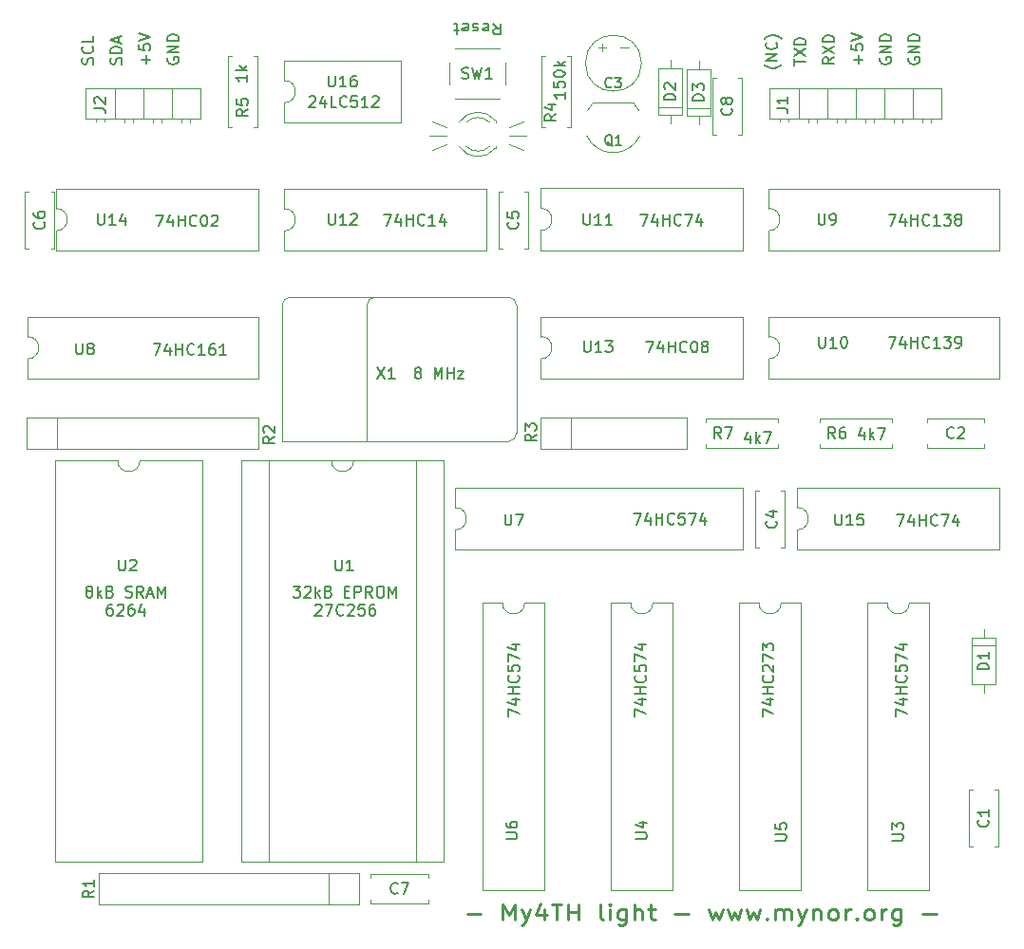
<source format=gbr>
G04 #@! TF.GenerationSoftware,KiCad,Pcbnew,7.0.9*
G04 #@! TF.CreationDate,2023-11-22T19:56:06+01:00*
G04 #@! TF.ProjectId,my4th-light,6d793474-682d-46c6-9967-68742e6b6963,rev?*
G04 #@! TF.SameCoordinates,Original*
G04 #@! TF.FileFunction,Legend,Top*
G04 #@! TF.FilePolarity,Positive*
%FSLAX46Y46*%
G04 Gerber Fmt 4.6, Leading zero omitted, Abs format (unit mm)*
G04 Created by KiCad (PCBNEW 7.0.9) date 2023-11-22 19:56:06*
%MOMM*%
%LPD*%
G01*
G04 APERTURE LIST*
%ADD10C,0.120000*%
%ADD11C,0.150000*%
%ADD12C,0.250000*%
%ADD13C,0.100000*%
G04 APERTURE END LIST*
D10*
X166116000Y-55372000D02*
X164592000Y-55372000D01*
X166116000Y-54610000D02*
X164846000Y-54102000D01*
X171704000Y-54610000D02*
X172974000Y-54102000D01*
X171704000Y-56134000D02*
X172974000Y-56642000D01*
X166116000Y-56134000D02*
X164846000Y-56642000D01*
X171704000Y-55372000D02*
X173228000Y-55372000D01*
D11*
X176653819Y-51463411D02*
X176653819Y-52034839D01*
X176653819Y-51749125D02*
X175653819Y-51749125D01*
X175653819Y-51749125D02*
X175796676Y-51844363D01*
X175796676Y-51844363D02*
X175891914Y-51939601D01*
X175891914Y-51939601D02*
X175939533Y-52034839D01*
X175653819Y-50558649D02*
X175653819Y-51034839D01*
X175653819Y-51034839D02*
X176130009Y-51082458D01*
X176130009Y-51082458D02*
X176082390Y-51034839D01*
X176082390Y-51034839D02*
X176034771Y-50939601D01*
X176034771Y-50939601D02*
X176034771Y-50701506D01*
X176034771Y-50701506D02*
X176082390Y-50606268D01*
X176082390Y-50606268D02*
X176130009Y-50558649D01*
X176130009Y-50558649D02*
X176225247Y-50511030D01*
X176225247Y-50511030D02*
X176463342Y-50511030D01*
X176463342Y-50511030D02*
X176558580Y-50558649D01*
X176558580Y-50558649D02*
X176606200Y-50606268D01*
X176606200Y-50606268D02*
X176653819Y-50701506D01*
X176653819Y-50701506D02*
X176653819Y-50939601D01*
X176653819Y-50939601D02*
X176606200Y-51034839D01*
X176606200Y-51034839D02*
X176558580Y-51082458D01*
X175653819Y-49891982D02*
X175653819Y-49796744D01*
X175653819Y-49796744D02*
X175701438Y-49701506D01*
X175701438Y-49701506D02*
X175749057Y-49653887D01*
X175749057Y-49653887D02*
X175844295Y-49606268D01*
X175844295Y-49606268D02*
X176034771Y-49558649D01*
X176034771Y-49558649D02*
X176272866Y-49558649D01*
X176272866Y-49558649D02*
X176463342Y-49606268D01*
X176463342Y-49606268D02*
X176558580Y-49653887D01*
X176558580Y-49653887D02*
X176606200Y-49701506D01*
X176606200Y-49701506D02*
X176653819Y-49796744D01*
X176653819Y-49796744D02*
X176653819Y-49891982D01*
X176653819Y-49891982D02*
X176606200Y-49987220D01*
X176606200Y-49987220D02*
X176558580Y-50034839D01*
X176558580Y-50034839D02*
X176463342Y-50082458D01*
X176463342Y-50082458D02*
X176272866Y-50130077D01*
X176272866Y-50130077D02*
X176034771Y-50130077D01*
X176034771Y-50130077D02*
X175844295Y-50082458D01*
X175844295Y-50082458D02*
X175749057Y-50034839D01*
X175749057Y-50034839D02*
X175701438Y-49987220D01*
X175701438Y-49987220D02*
X175653819Y-49891982D01*
X176653819Y-49130077D02*
X175653819Y-49130077D01*
X176272866Y-49034839D02*
X176653819Y-48749125D01*
X175987152Y-48749125D02*
X176368104Y-49130077D01*
X153876762Y-51924057D02*
X153924381Y-51876438D01*
X153924381Y-51876438D02*
X154019619Y-51828819D01*
X154019619Y-51828819D02*
X154257714Y-51828819D01*
X154257714Y-51828819D02*
X154352952Y-51876438D01*
X154352952Y-51876438D02*
X154400571Y-51924057D01*
X154400571Y-51924057D02*
X154448190Y-52019295D01*
X154448190Y-52019295D02*
X154448190Y-52114533D01*
X154448190Y-52114533D02*
X154400571Y-52257390D01*
X154400571Y-52257390D02*
X153829143Y-52828819D01*
X153829143Y-52828819D02*
X154448190Y-52828819D01*
X155305333Y-52162152D02*
X155305333Y-52828819D01*
X155067238Y-51781200D02*
X154829143Y-52495485D01*
X154829143Y-52495485D02*
X155448190Y-52495485D01*
X156305333Y-52828819D02*
X155829143Y-52828819D01*
X155829143Y-52828819D02*
X155829143Y-51828819D01*
X157210095Y-52733580D02*
X157162476Y-52781200D01*
X157162476Y-52781200D02*
X157019619Y-52828819D01*
X157019619Y-52828819D02*
X156924381Y-52828819D01*
X156924381Y-52828819D02*
X156781524Y-52781200D01*
X156781524Y-52781200D02*
X156686286Y-52685961D01*
X156686286Y-52685961D02*
X156638667Y-52590723D01*
X156638667Y-52590723D02*
X156591048Y-52400247D01*
X156591048Y-52400247D02*
X156591048Y-52257390D01*
X156591048Y-52257390D02*
X156638667Y-52066914D01*
X156638667Y-52066914D02*
X156686286Y-51971676D01*
X156686286Y-51971676D02*
X156781524Y-51876438D01*
X156781524Y-51876438D02*
X156924381Y-51828819D01*
X156924381Y-51828819D02*
X157019619Y-51828819D01*
X157019619Y-51828819D02*
X157162476Y-51876438D01*
X157162476Y-51876438D02*
X157210095Y-51924057D01*
X158114857Y-51828819D02*
X157638667Y-51828819D01*
X157638667Y-51828819D02*
X157591048Y-52305009D01*
X157591048Y-52305009D02*
X157638667Y-52257390D01*
X157638667Y-52257390D02*
X157733905Y-52209771D01*
X157733905Y-52209771D02*
X157972000Y-52209771D01*
X157972000Y-52209771D02*
X158067238Y-52257390D01*
X158067238Y-52257390D02*
X158114857Y-52305009D01*
X158114857Y-52305009D02*
X158162476Y-52400247D01*
X158162476Y-52400247D02*
X158162476Y-52638342D01*
X158162476Y-52638342D02*
X158114857Y-52733580D01*
X158114857Y-52733580D02*
X158067238Y-52781200D01*
X158067238Y-52781200D02*
X157972000Y-52828819D01*
X157972000Y-52828819D02*
X157733905Y-52828819D01*
X157733905Y-52828819D02*
X157638667Y-52781200D01*
X157638667Y-52781200D02*
X157591048Y-52733580D01*
X159114857Y-52828819D02*
X158543429Y-52828819D01*
X158829143Y-52828819D02*
X158829143Y-51828819D01*
X158829143Y-51828819D02*
X158733905Y-51971676D01*
X158733905Y-51971676D02*
X158638667Y-52066914D01*
X158638667Y-52066914D02*
X158543429Y-52114533D01*
X159495810Y-51924057D02*
X159543429Y-51876438D01*
X159543429Y-51876438D02*
X159638667Y-51828819D01*
X159638667Y-51828819D02*
X159876762Y-51828819D01*
X159876762Y-51828819D02*
X159972000Y-51876438D01*
X159972000Y-51876438D02*
X160019619Y-51924057D01*
X160019619Y-51924057D02*
X160067238Y-52019295D01*
X160067238Y-52019295D02*
X160067238Y-52114533D01*
X160067238Y-52114533D02*
X160019619Y-52257390D01*
X160019619Y-52257390D02*
X159448191Y-52828819D01*
X159448191Y-52828819D02*
X160067238Y-52828819D01*
X137109200Y-48986839D02*
X137156819Y-48843982D01*
X137156819Y-48843982D02*
X137156819Y-48605887D01*
X137156819Y-48605887D02*
X137109200Y-48510649D01*
X137109200Y-48510649D02*
X137061580Y-48463030D01*
X137061580Y-48463030D02*
X136966342Y-48415411D01*
X136966342Y-48415411D02*
X136871104Y-48415411D01*
X136871104Y-48415411D02*
X136775866Y-48463030D01*
X136775866Y-48463030D02*
X136728247Y-48510649D01*
X136728247Y-48510649D02*
X136680628Y-48605887D01*
X136680628Y-48605887D02*
X136633009Y-48796363D01*
X136633009Y-48796363D02*
X136585390Y-48891601D01*
X136585390Y-48891601D02*
X136537771Y-48939220D01*
X136537771Y-48939220D02*
X136442533Y-48986839D01*
X136442533Y-48986839D02*
X136347295Y-48986839D01*
X136347295Y-48986839D02*
X136252057Y-48939220D01*
X136252057Y-48939220D02*
X136204438Y-48891601D01*
X136204438Y-48891601D02*
X136156819Y-48796363D01*
X136156819Y-48796363D02*
X136156819Y-48558268D01*
X136156819Y-48558268D02*
X136204438Y-48415411D01*
X137156819Y-47986839D02*
X136156819Y-47986839D01*
X136156819Y-47986839D02*
X136156819Y-47748744D01*
X136156819Y-47748744D02*
X136204438Y-47605887D01*
X136204438Y-47605887D02*
X136299676Y-47510649D01*
X136299676Y-47510649D02*
X136394914Y-47463030D01*
X136394914Y-47463030D02*
X136585390Y-47415411D01*
X136585390Y-47415411D02*
X136728247Y-47415411D01*
X136728247Y-47415411D02*
X136918723Y-47463030D01*
X136918723Y-47463030D02*
X137013961Y-47510649D01*
X137013961Y-47510649D02*
X137109200Y-47605887D01*
X137109200Y-47605887D02*
X137156819Y-47748744D01*
X137156819Y-47748744D02*
X137156819Y-47986839D01*
X136871104Y-47034458D02*
X136871104Y-46558268D01*
X137156819Y-47129696D02*
X136156819Y-46796363D01*
X136156819Y-46796363D02*
X137156819Y-46463030D01*
X193170350Y-82134152D02*
X193170350Y-82800819D01*
X192932255Y-81753200D02*
X192694160Y-82467485D01*
X192694160Y-82467485D02*
X193313207Y-82467485D01*
X193694160Y-82800819D02*
X193694160Y-81800819D01*
X193789398Y-82419866D02*
X194075112Y-82800819D01*
X194075112Y-82134152D02*
X193694160Y-82515104D01*
X194408446Y-81800819D02*
X195075112Y-81800819D01*
X195075112Y-81800819D02*
X194646541Y-82800819D01*
X182892819Y-107147904D02*
X182892819Y-106481238D01*
X182892819Y-106481238D02*
X183892819Y-106909809D01*
X183226152Y-105671714D02*
X183892819Y-105671714D01*
X182845200Y-105909809D02*
X183559485Y-106147904D01*
X183559485Y-106147904D02*
X183559485Y-105528857D01*
X183892819Y-105147904D02*
X182892819Y-105147904D01*
X183369009Y-105147904D02*
X183369009Y-104576476D01*
X183892819Y-104576476D02*
X182892819Y-104576476D01*
X183797580Y-103528857D02*
X183845200Y-103576476D01*
X183845200Y-103576476D02*
X183892819Y-103719333D01*
X183892819Y-103719333D02*
X183892819Y-103814571D01*
X183892819Y-103814571D02*
X183845200Y-103957428D01*
X183845200Y-103957428D02*
X183749961Y-104052666D01*
X183749961Y-104052666D02*
X183654723Y-104100285D01*
X183654723Y-104100285D02*
X183464247Y-104147904D01*
X183464247Y-104147904D02*
X183321390Y-104147904D01*
X183321390Y-104147904D02*
X183130914Y-104100285D01*
X183130914Y-104100285D02*
X183035676Y-104052666D01*
X183035676Y-104052666D02*
X182940438Y-103957428D01*
X182940438Y-103957428D02*
X182892819Y-103814571D01*
X182892819Y-103814571D02*
X182892819Y-103719333D01*
X182892819Y-103719333D02*
X182940438Y-103576476D01*
X182940438Y-103576476D02*
X182988057Y-103528857D01*
X182892819Y-102624095D02*
X182892819Y-103100285D01*
X182892819Y-103100285D02*
X183369009Y-103147904D01*
X183369009Y-103147904D02*
X183321390Y-103100285D01*
X183321390Y-103100285D02*
X183273771Y-103005047D01*
X183273771Y-103005047D02*
X183273771Y-102766952D01*
X183273771Y-102766952D02*
X183321390Y-102671714D01*
X183321390Y-102671714D02*
X183369009Y-102624095D01*
X183369009Y-102624095D02*
X183464247Y-102576476D01*
X183464247Y-102576476D02*
X183702342Y-102576476D01*
X183702342Y-102576476D02*
X183797580Y-102624095D01*
X183797580Y-102624095D02*
X183845200Y-102671714D01*
X183845200Y-102671714D02*
X183892819Y-102766952D01*
X183892819Y-102766952D02*
X183892819Y-103005047D01*
X183892819Y-103005047D02*
X183845200Y-103100285D01*
X183845200Y-103100285D02*
X183797580Y-103147904D01*
X182892819Y-102243142D02*
X182892819Y-101576476D01*
X182892819Y-101576476D02*
X183892819Y-102005047D01*
X183226152Y-100766952D02*
X183892819Y-100766952D01*
X182845200Y-101005047D02*
X183559485Y-101243142D01*
X183559485Y-101243142D02*
X183559485Y-100624095D01*
X200656819Y-48367792D02*
X200180628Y-48701125D01*
X200656819Y-48939220D02*
X199656819Y-48939220D01*
X199656819Y-48939220D02*
X199656819Y-48558268D01*
X199656819Y-48558268D02*
X199704438Y-48463030D01*
X199704438Y-48463030D02*
X199752057Y-48415411D01*
X199752057Y-48415411D02*
X199847295Y-48367792D01*
X199847295Y-48367792D02*
X199990152Y-48367792D01*
X199990152Y-48367792D02*
X200085390Y-48415411D01*
X200085390Y-48415411D02*
X200133009Y-48463030D01*
X200133009Y-48463030D02*
X200180628Y-48558268D01*
X200180628Y-48558268D02*
X200180628Y-48939220D01*
X199656819Y-48034458D02*
X200656819Y-47367792D01*
X199656819Y-47367792D02*
X200656819Y-48034458D01*
X200656819Y-46986839D02*
X199656819Y-46986839D01*
X199656819Y-46986839D02*
X199656819Y-46748744D01*
X199656819Y-46748744D02*
X199704438Y-46605887D01*
X199704438Y-46605887D02*
X199799676Y-46510649D01*
X199799676Y-46510649D02*
X199894914Y-46463030D01*
X199894914Y-46463030D02*
X200085390Y-46415411D01*
X200085390Y-46415411D02*
X200228247Y-46415411D01*
X200228247Y-46415411D02*
X200418723Y-46463030D01*
X200418723Y-46463030D02*
X200513961Y-46510649D01*
X200513961Y-46510649D02*
X200609200Y-46605887D01*
X200609200Y-46605887D02*
X200656819Y-46748744D01*
X200656819Y-46748744D02*
X200656819Y-46986839D01*
X195957771Y-49034506D02*
X195910152Y-49082125D01*
X195910152Y-49082125D02*
X195767295Y-49177363D01*
X195767295Y-49177363D02*
X195672057Y-49224982D01*
X195672057Y-49224982D02*
X195529200Y-49272601D01*
X195529200Y-49272601D02*
X195291104Y-49320220D01*
X195291104Y-49320220D02*
X195100628Y-49320220D01*
X195100628Y-49320220D02*
X194862533Y-49272601D01*
X194862533Y-49272601D02*
X194719676Y-49224982D01*
X194719676Y-49224982D02*
X194624438Y-49177363D01*
X194624438Y-49177363D02*
X194481580Y-49082125D01*
X194481580Y-49082125D02*
X194433961Y-49034506D01*
X195576819Y-48653553D02*
X194576819Y-48653553D01*
X194576819Y-48653553D02*
X195576819Y-48082125D01*
X195576819Y-48082125D02*
X194576819Y-48082125D01*
X195481580Y-47034506D02*
X195529200Y-47082125D01*
X195529200Y-47082125D02*
X195576819Y-47224982D01*
X195576819Y-47224982D02*
X195576819Y-47320220D01*
X195576819Y-47320220D02*
X195529200Y-47463077D01*
X195529200Y-47463077D02*
X195433961Y-47558315D01*
X195433961Y-47558315D02*
X195338723Y-47605934D01*
X195338723Y-47605934D02*
X195148247Y-47653553D01*
X195148247Y-47653553D02*
X195005390Y-47653553D01*
X195005390Y-47653553D02*
X194814914Y-47605934D01*
X194814914Y-47605934D02*
X194719676Y-47558315D01*
X194719676Y-47558315D02*
X194624438Y-47463077D01*
X194624438Y-47463077D02*
X194576819Y-47320220D01*
X194576819Y-47320220D02*
X194576819Y-47224982D01*
X194576819Y-47224982D02*
X194624438Y-47082125D01*
X194624438Y-47082125D02*
X194672057Y-47034506D01*
X195957771Y-46701172D02*
X195910152Y-46653553D01*
X195910152Y-46653553D02*
X195767295Y-46558315D01*
X195767295Y-46558315D02*
X195672057Y-46510696D01*
X195672057Y-46510696D02*
X195529200Y-46463077D01*
X195529200Y-46463077D02*
X195291104Y-46415458D01*
X195291104Y-46415458D02*
X195100628Y-46415458D01*
X195100628Y-46415458D02*
X194862533Y-46463077D01*
X194862533Y-46463077D02*
X194719676Y-46510696D01*
X194719676Y-46510696D02*
X194624438Y-46558315D01*
X194624438Y-46558315D02*
X194481580Y-46653553D01*
X194481580Y-46653553D02*
X194433961Y-46701172D01*
X152456143Y-95557819D02*
X153075190Y-95557819D01*
X153075190Y-95557819D02*
X152741857Y-95938771D01*
X152741857Y-95938771D02*
X152884714Y-95938771D01*
X152884714Y-95938771D02*
X152979952Y-95986390D01*
X152979952Y-95986390D02*
X153027571Y-96034009D01*
X153027571Y-96034009D02*
X153075190Y-96129247D01*
X153075190Y-96129247D02*
X153075190Y-96367342D01*
X153075190Y-96367342D02*
X153027571Y-96462580D01*
X153027571Y-96462580D02*
X152979952Y-96510200D01*
X152979952Y-96510200D02*
X152884714Y-96557819D01*
X152884714Y-96557819D02*
X152599000Y-96557819D01*
X152599000Y-96557819D02*
X152503762Y-96510200D01*
X152503762Y-96510200D02*
X152456143Y-96462580D01*
X153456143Y-95653057D02*
X153503762Y-95605438D01*
X153503762Y-95605438D02*
X153599000Y-95557819D01*
X153599000Y-95557819D02*
X153837095Y-95557819D01*
X153837095Y-95557819D02*
X153932333Y-95605438D01*
X153932333Y-95605438D02*
X153979952Y-95653057D01*
X153979952Y-95653057D02*
X154027571Y-95748295D01*
X154027571Y-95748295D02*
X154027571Y-95843533D01*
X154027571Y-95843533D02*
X153979952Y-95986390D01*
X153979952Y-95986390D02*
X153408524Y-96557819D01*
X153408524Y-96557819D02*
X154027571Y-96557819D01*
X154456143Y-96557819D02*
X154456143Y-95557819D01*
X154551381Y-96176866D02*
X154837095Y-96557819D01*
X154837095Y-95891152D02*
X154456143Y-96272104D01*
X155599000Y-96034009D02*
X155741857Y-96081628D01*
X155741857Y-96081628D02*
X155789476Y-96129247D01*
X155789476Y-96129247D02*
X155837095Y-96224485D01*
X155837095Y-96224485D02*
X155837095Y-96367342D01*
X155837095Y-96367342D02*
X155789476Y-96462580D01*
X155789476Y-96462580D02*
X155741857Y-96510200D01*
X155741857Y-96510200D02*
X155646619Y-96557819D01*
X155646619Y-96557819D02*
X155265667Y-96557819D01*
X155265667Y-96557819D02*
X155265667Y-95557819D01*
X155265667Y-95557819D02*
X155599000Y-95557819D01*
X155599000Y-95557819D02*
X155694238Y-95605438D01*
X155694238Y-95605438D02*
X155741857Y-95653057D01*
X155741857Y-95653057D02*
X155789476Y-95748295D01*
X155789476Y-95748295D02*
X155789476Y-95843533D01*
X155789476Y-95843533D02*
X155741857Y-95938771D01*
X155741857Y-95938771D02*
X155694238Y-95986390D01*
X155694238Y-95986390D02*
X155599000Y-96034009D01*
X155599000Y-96034009D02*
X155265667Y-96034009D01*
X157027572Y-96034009D02*
X157360905Y-96034009D01*
X157503762Y-96557819D02*
X157027572Y-96557819D01*
X157027572Y-96557819D02*
X157027572Y-95557819D01*
X157027572Y-95557819D02*
X157503762Y-95557819D01*
X157932334Y-96557819D02*
X157932334Y-95557819D01*
X157932334Y-95557819D02*
X158313286Y-95557819D01*
X158313286Y-95557819D02*
X158408524Y-95605438D01*
X158408524Y-95605438D02*
X158456143Y-95653057D01*
X158456143Y-95653057D02*
X158503762Y-95748295D01*
X158503762Y-95748295D02*
X158503762Y-95891152D01*
X158503762Y-95891152D02*
X158456143Y-95986390D01*
X158456143Y-95986390D02*
X158408524Y-96034009D01*
X158408524Y-96034009D02*
X158313286Y-96081628D01*
X158313286Y-96081628D02*
X157932334Y-96081628D01*
X159503762Y-96557819D02*
X159170429Y-96081628D01*
X158932334Y-96557819D02*
X158932334Y-95557819D01*
X158932334Y-95557819D02*
X159313286Y-95557819D01*
X159313286Y-95557819D02*
X159408524Y-95605438D01*
X159408524Y-95605438D02*
X159456143Y-95653057D01*
X159456143Y-95653057D02*
X159503762Y-95748295D01*
X159503762Y-95748295D02*
X159503762Y-95891152D01*
X159503762Y-95891152D02*
X159456143Y-95986390D01*
X159456143Y-95986390D02*
X159408524Y-96034009D01*
X159408524Y-96034009D02*
X159313286Y-96081628D01*
X159313286Y-96081628D02*
X158932334Y-96081628D01*
X160122810Y-95557819D02*
X160313286Y-95557819D01*
X160313286Y-95557819D02*
X160408524Y-95605438D01*
X160408524Y-95605438D02*
X160503762Y-95700676D01*
X160503762Y-95700676D02*
X160551381Y-95891152D01*
X160551381Y-95891152D02*
X160551381Y-96224485D01*
X160551381Y-96224485D02*
X160503762Y-96414961D01*
X160503762Y-96414961D02*
X160408524Y-96510200D01*
X160408524Y-96510200D02*
X160313286Y-96557819D01*
X160313286Y-96557819D02*
X160122810Y-96557819D01*
X160122810Y-96557819D02*
X160027572Y-96510200D01*
X160027572Y-96510200D02*
X159932334Y-96414961D01*
X159932334Y-96414961D02*
X159884715Y-96224485D01*
X159884715Y-96224485D02*
X159884715Y-95891152D01*
X159884715Y-95891152D02*
X159932334Y-95700676D01*
X159932334Y-95700676D02*
X160027572Y-95605438D01*
X160027572Y-95605438D02*
X160122810Y-95557819D01*
X160979953Y-96557819D02*
X160979953Y-95557819D01*
X160979953Y-95557819D02*
X161313286Y-96272104D01*
X161313286Y-96272104D02*
X161646619Y-95557819D01*
X161646619Y-95557819D02*
X161646619Y-96557819D01*
X154408524Y-97263057D02*
X154456143Y-97215438D01*
X154456143Y-97215438D02*
X154551381Y-97167819D01*
X154551381Y-97167819D02*
X154789476Y-97167819D01*
X154789476Y-97167819D02*
X154884714Y-97215438D01*
X154884714Y-97215438D02*
X154932333Y-97263057D01*
X154932333Y-97263057D02*
X154979952Y-97358295D01*
X154979952Y-97358295D02*
X154979952Y-97453533D01*
X154979952Y-97453533D02*
X154932333Y-97596390D01*
X154932333Y-97596390D02*
X154360905Y-98167819D01*
X154360905Y-98167819D02*
X154979952Y-98167819D01*
X155313286Y-97167819D02*
X155979952Y-97167819D01*
X155979952Y-97167819D02*
X155551381Y-98167819D01*
X156932333Y-98072580D02*
X156884714Y-98120200D01*
X156884714Y-98120200D02*
X156741857Y-98167819D01*
X156741857Y-98167819D02*
X156646619Y-98167819D01*
X156646619Y-98167819D02*
X156503762Y-98120200D01*
X156503762Y-98120200D02*
X156408524Y-98024961D01*
X156408524Y-98024961D02*
X156360905Y-97929723D01*
X156360905Y-97929723D02*
X156313286Y-97739247D01*
X156313286Y-97739247D02*
X156313286Y-97596390D01*
X156313286Y-97596390D02*
X156360905Y-97405914D01*
X156360905Y-97405914D02*
X156408524Y-97310676D01*
X156408524Y-97310676D02*
X156503762Y-97215438D01*
X156503762Y-97215438D02*
X156646619Y-97167819D01*
X156646619Y-97167819D02*
X156741857Y-97167819D01*
X156741857Y-97167819D02*
X156884714Y-97215438D01*
X156884714Y-97215438D02*
X156932333Y-97263057D01*
X157313286Y-97263057D02*
X157360905Y-97215438D01*
X157360905Y-97215438D02*
X157456143Y-97167819D01*
X157456143Y-97167819D02*
X157694238Y-97167819D01*
X157694238Y-97167819D02*
X157789476Y-97215438D01*
X157789476Y-97215438D02*
X157837095Y-97263057D01*
X157837095Y-97263057D02*
X157884714Y-97358295D01*
X157884714Y-97358295D02*
X157884714Y-97453533D01*
X157884714Y-97453533D02*
X157837095Y-97596390D01*
X157837095Y-97596390D02*
X157265667Y-98167819D01*
X157265667Y-98167819D02*
X157884714Y-98167819D01*
X158789476Y-97167819D02*
X158313286Y-97167819D01*
X158313286Y-97167819D02*
X158265667Y-97644009D01*
X158265667Y-97644009D02*
X158313286Y-97596390D01*
X158313286Y-97596390D02*
X158408524Y-97548771D01*
X158408524Y-97548771D02*
X158646619Y-97548771D01*
X158646619Y-97548771D02*
X158741857Y-97596390D01*
X158741857Y-97596390D02*
X158789476Y-97644009D01*
X158789476Y-97644009D02*
X158837095Y-97739247D01*
X158837095Y-97739247D02*
X158837095Y-97977342D01*
X158837095Y-97977342D02*
X158789476Y-98072580D01*
X158789476Y-98072580D02*
X158741857Y-98120200D01*
X158741857Y-98120200D02*
X158646619Y-98167819D01*
X158646619Y-98167819D02*
X158408524Y-98167819D01*
X158408524Y-98167819D02*
X158313286Y-98120200D01*
X158313286Y-98120200D02*
X158265667Y-98072580D01*
X159694238Y-97167819D02*
X159503762Y-97167819D01*
X159503762Y-97167819D02*
X159408524Y-97215438D01*
X159408524Y-97215438D02*
X159360905Y-97263057D01*
X159360905Y-97263057D02*
X159265667Y-97405914D01*
X159265667Y-97405914D02*
X159218048Y-97596390D01*
X159218048Y-97596390D02*
X159218048Y-97977342D01*
X159218048Y-97977342D02*
X159265667Y-98072580D01*
X159265667Y-98072580D02*
X159313286Y-98120200D01*
X159313286Y-98120200D02*
X159408524Y-98167819D01*
X159408524Y-98167819D02*
X159599000Y-98167819D01*
X159599000Y-98167819D02*
X159694238Y-98120200D01*
X159694238Y-98120200D02*
X159741857Y-98072580D01*
X159741857Y-98072580D02*
X159789476Y-97977342D01*
X159789476Y-97977342D02*
X159789476Y-97739247D01*
X159789476Y-97739247D02*
X159741857Y-97644009D01*
X159741857Y-97644009D02*
X159694238Y-97596390D01*
X159694238Y-97596390D02*
X159599000Y-97548771D01*
X159599000Y-97548771D02*
X159408524Y-97548771D01*
X159408524Y-97548771D02*
X159313286Y-97596390D01*
X159313286Y-97596390D02*
X159265667Y-97644009D01*
X159265667Y-97644009D02*
X159218048Y-97739247D01*
X183396286Y-62369819D02*
X184062952Y-62369819D01*
X184062952Y-62369819D02*
X183634381Y-63369819D01*
X184872476Y-62703152D02*
X184872476Y-63369819D01*
X184634381Y-62322200D02*
X184396286Y-63036485D01*
X184396286Y-63036485D02*
X185015333Y-63036485D01*
X185396286Y-63369819D02*
X185396286Y-62369819D01*
X185396286Y-62846009D02*
X185967714Y-62846009D01*
X185967714Y-63369819D02*
X185967714Y-62369819D01*
X187015333Y-63274580D02*
X186967714Y-63322200D01*
X186967714Y-63322200D02*
X186824857Y-63369819D01*
X186824857Y-63369819D02*
X186729619Y-63369819D01*
X186729619Y-63369819D02*
X186586762Y-63322200D01*
X186586762Y-63322200D02*
X186491524Y-63226961D01*
X186491524Y-63226961D02*
X186443905Y-63131723D01*
X186443905Y-63131723D02*
X186396286Y-62941247D01*
X186396286Y-62941247D02*
X186396286Y-62798390D01*
X186396286Y-62798390D02*
X186443905Y-62607914D01*
X186443905Y-62607914D02*
X186491524Y-62512676D01*
X186491524Y-62512676D02*
X186586762Y-62417438D01*
X186586762Y-62417438D02*
X186729619Y-62369819D01*
X186729619Y-62369819D02*
X186824857Y-62369819D01*
X186824857Y-62369819D02*
X186967714Y-62417438D01*
X186967714Y-62417438D02*
X187015333Y-62465057D01*
X187348667Y-62369819D02*
X188015333Y-62369819D01*
X188015333Y-62369819D02*
X187586762Y-63369819D01*
X188824857Y-62703152D02*
X188824857Y-63369819D01*
X188586762Y-62322200D02*
X188348667Y-63036485D01*
X188348667Y-63036485D02*
X188967714Y-63036485D01*
X141284438Y-48415411D02*
X141236819Y-48510649D01*
X141236819Y-48510649D02*
X141236819Y-48653506D01*
X141236819Y-48653506D02*
X141284438Y-48796363D01*
X141284438Y-48796363D02*
X141379676Y-48891601D01*
X141379676Y-48891601D02*
X141474914Y-48939220D01*
X141474914Y-48939220D02*
X141665390Y-48986839D01*
X141665390Y-48986839D02*
X141808247Y-48986839D01*
X141808247Y-48986839D02*
X141998723Y-48939220D01*
X141998723Y-48939220D02*
X142093961Y-48891601D01*
X142093961Y-48891601D02*
X142189200Y-48796363D01*
X142189200Y-48796363D02*
X142236819Y-48653506D01*
X142236819Y-48653506D02*
X142236819Y-48558268D01*
X142236819Y-48558268D02*
X142189200Y-48415411D01*
X142189200Y-48415411D02*
X142141580Y-48367792D01*
X142141580Y-48367792D02*
X141808247Y-48367792D01*
X141808247Y-48367792D02*
X141808247Y-48558268D01*
X142236819Y-47939220D02*
X141236819Y-47939220D01*
X141236819Y-47939220D02*
X142236819Y-47367792D01*
X142236819Y-47367792D02*
X141236819Y-47367792D01*
X142236819Y-46891601D02*
X141236819Y-46891601D01*
X141236819Y-46891601D02*
X141236819Y-46653506D01*
X141236819Y-46653506D02*
X141284438Y-46510649D01*
X141284438Y-46510649D02*
X141379676Y-46415411D01*
X141379676Y-46415411D02*
X141474914Y-46367792D01*
X141474914Y-46367792D02*
X141665390Y-46320173D01*
X141665390Y-46320173D02*
X141808247Y-46320173D01*
X141808247Y-46320173D02*
X141998723Y-46367792D01*
X141998723Y-46367792D02*
X142093961Y-46415411D01*
X142093961Y-46415411D02*
X142189200Y-46510649D01*
X142189200Y-46510649D02*
X142236819Y-46653506D01*
X142236819Y-46653506D02*
X142236819Y-46891601D01*
X134569200Y-48986839D02*
X134616819Y-48843982D01*
X134616819Y-48843982D02*
X134616819Y-48605887D01*
X134616819Y-48605887D02*
X134569200Y-48510649D01*
X134569200Y-48510649D02*
X134521580Y-48463030D01*
X134521580Y-48463030D02*
X134426342Y-48415411D01*
X134426342Y-48415411D02*
X134331104Y-48415411D01*
X134331104Y-48415411D02*
X134235866Y-48463030D01*
X134235866Y-48463030D02*
X134188247Y-48510649D01*
X134188247Y-48510649D02*
X134140628Y-48605887D01*
X134140628Y-48605887D02*
X134093009Y-48796363D01*
X134093009Y-48796363D02*
X134045390Y-48891601D01*
X134045390Y-48891601D02*
X133997771Y-48939220D01*
X133997771Y-48939220D02*
X133902533Y-48986839D01*
X133902533Y-48986839D02*
X133807295Y-48986839D01*
X133807295Y-48986839D02*
X133712057Y-48939220D01*
X133712057Y-48939220D02*
X133664438Y-48891601D01*
X133664438Y-48891601D02*
X133616819Y-48796363D01*
X133616819Y-48796363D02*
X133616819Y-48558268D01*
X133616819Y-48558268D02*
X133664438Y-48415411D01*
X134521580Y-47415411D02*
X134569200Y-47463030D01*
X134569200Y-47463030D02*
X134616819Y-47605887D01*
X134616819Y-47605887D02*
X134616819Y-47701125D01*
X134616819Y-47701125D02*
X134569200Y-47843982D01*
X134569200Y-47843982D02*
X134473961Y-47939220D01*
X134473961Y-47939220D02*
X134378723Y-47986839D01*
X134378723Y-47986839D02*
X134188247Y-48034458D01*
X134188247Y-48034458D02*
X134045390Y-48034458D01*
X134045390Y-48034458D02*
X133854914Y-47986839D01*
X133854914Y-47986839D02*
X133759676Y-47939220D01*
X133759676Y-47939220D02*
X133664438Y-47843982D01*
X133664438Y-47843982D02*
X133616819Y-47701125D01*
X133616819Y-47701125D02*
X133616819Y-47605887D01*
X133616819Y-47605887D02*
X133664438Y-47463030D01*
X133664438Y-47463030D02*
X133712057Y-47415411D01*
X134616819Y-46510649D02*
X134616819Y-46986839D01*
X134616819Y-46986839D02*
X133616819Y-46986839D01*
X202815866Y-48939220D02*
X202815866Y-48177316D01*
X203196819Y-48558268D02*
X202434914Y-48558268D01*
X202196819Y-47224935D02*
X202196819Y-47701125D01*
X202196819Y-47701125D02*
X202673009Y-47748744D01*
X202673009Y-47748744D02*
X202625390Y-47701125D01*
X202625390Y-47701125D02*
X202577771Y-47605887D01*
X202577771Y-47605887D02*
X202577771Y-47367792D01*
X202577771Y-47367792D02*
X202625390Y-47272554D01*
X202625390Y-47272554D02*
X202673009Y-47224935D01*
X202673009Y-47224935D02*
X202768247Y-47177316D01*
X202768247Y-47177316D02*
X203006342Y-47177316D01*
X203006342Y-47177316D02*
X203101580Y-47224935D01*
X203101580Y-47224935D02*
X203149200Y-47272554D01*
X203149200Y-47272554D02*
X203196819Y-47367792D01*
X203196819Y-47367792D02*
X203196819Y-47605887D01*
X203196819Y-47605887D02*
X203149200Y-47701125D01*
X203149200Y-47701125D02*
X203101580Y-47748744D01*
X202196819Y-46891601D02*
X203196819Y-46558268D01*
X203196819Y-46558268D02*
X202196819Y-46224935D01*
X182793095Y-89039819D02*
X183459761Y-89039819D01*
X183459761Y-89039819D02*
X183031190Y-90039819D01*
X184269285Y-89373152D02*
X184269285Y-90039819D01*
X184031190Y-88992200D02*
X183793095Y-89706485D01*
X183793095Y-89706485D02*
X184412142Y-89706485D01*
X184793095Y-90039819D02*
X184793095Y-89039819D01*
X184793095Y-89516009D02*
X185364523Y-89516009D01*
X185364523Y-90039819D02*
X185364523Y-89039819D01*
X186412142Y-89944580D02*
X186364523Y-89992200D01*
X186364523Y-89992200D02*
X186221666Y-90039819D01*
X186221666Y-90039819D02*
X186126428Y-90039819D01*
X186126428Y-90039819D02*
X185983571Y-89992200D01*
X185983571Y-89992200D02*
X185888333Y-89896961D01*
X185888333Y-89896961D02*
X185840714Y-89801723D01*
X185840714Y-89801723D02*
X185793095Y-89611247D01*
X185793095Y-89611247D02*
X185793095Y-89468390D01*
X185793095Y-89468390D02*
X185840714Y-89277914D01*
X185840714Y-89277914D02*
X185888333Y-89182676D01*
X185888333Y-89182676D02*
X185983571Y-89087438D01*
X185983571Y-89087438D02*
X186126428Y-89039819D01*
X186126428Y-89039819D02*
X186221666Y-89039819D01*
X186221666Y-89039819D02*
X186364523Y-89087438D01*
X186364523Y-89087438D02*
X186412142Y-89135057D01*
X187316904Y-89039819D02*
X186840714Y-89039819D01*
X186840714Y-89039819D02*
X186793095Y-89516009D01*
X186793095Y-89516009D02*
X186840714Y-89468390D01*
X186840714Y-89468390D02*
X186935952Y-89420771D01*
X186935952Y-89420771D02*
X187174047Y-89420771D01*
X187174047Y-89420771D02*
X187269285Y-89468390D01*
X187269285Y-89468390D02*
X187316904Y-89516009D01*
X187316904Y-89516009D02*
X187364523Y-89611247D01*
X187364523Y-89611247D02*
X187364523Y-89849342D01*
X187364523Y-89849342D02*
X187316904Y-89944580D01*
X187316904Y-89944580D02*
X187269285Y-89992200D01*
X187269285Y-89992200D02*
X187174047Y-90039819D01*
X187174047Y-90039819D02*
X186935952Y-90039819D01*
X186935952Y-90039819D02*
X186840714Y-89992200D01*
X186840714Y-89992200D02*
X186793095Y-89944580D01*
X187697857Y-89039819D02*
X188364523Y-89039819D01*
X188364523Y-89039819D02*
X187935952Y-90039819D01*
X189174047Y-89373152D02*
X189174047Y-90039819D01*
X188935952Y-88992200D02*
X188697857Y-89706485D01*
X188697857Y-89706485D02*
X189316904Y-89706485D01*
X206256286Y-89166819D02*
X206922952Y-89166819D01*
X206922952Y-89166819D02*
X206494381Y-90166819D01*
X207732476Y-89500152D02*
X207732476Y-90166819D01*
X207494381Y-89119200D02*
X207256286Y-89833485D01*
X207256286Y-89833485D02*
X207875333Y-89833485D01*
X208256286Y-90166819D02*
X208256286Y-89166819D01*
X208256286Y-89643009D02*
X208827714Y-89643009D01*
X208827714Y-90166819D02*
X208827714Y-89166819D01*
X209875333Y-90071580D02*
X209827714Y-90119200D01*
X209827714Y-90119200D02*
X209684857Y-90166819D01*
X209684857Y-90166819D02*
X209589619Y-90166819D01*
X209589619Y-90166819D02*
X209446762Y-90119200D01*
X209446762Y-90119200D02*
X209351524Y-90023961D01*
X209351524Y-90023961D02*
X209303905Y-89928723D01*
X209303905Y-89928723D02*
X209256286Y-89738247D01*
X209256286Y-89738247D02*
X209256286Y-89595390D01*
X209256286Y-89595390D02*
X209303905Y-89404914D01*
X209303905Y-89404914D02*
X209351524Y-89309676D01*
X209351524Y-89309676D02*
X209446762Y-89214438D01*
X209446762Y-89214438D02*
X209589619Y-89166819D01*
X209589619Y-89166819D02*
X209684857Y-89166819D01*
X209684857Y-89166819D02*
X209827714Y-89214438D01*
X209827714Y-89214438D02*
X209875333Y-89262057D01*
X210208667Y-89166819D02*
X210875333Y-89166819D01*
X210875333Y-89166819D02*
X210446762Y-90166819D01*
X211684857Y-89500152D02*
X211684857Y-90166819D01*
X211446762Y-89119200D02*
X211208667Y-89833485D01*
X211208667Y-89833485D02*
X211827714Y-89833485D01*
X139315866Y-48939220D02*
X139315866Y-48177316D01*
X139696819Y-48558268D02*
X138934914Y-48558268D01*
X138696819Y-47224935D02*
X138696819Y-47701125D01*
X138696819Y-47701125D02*
X139173009Y-47748744D01*
X139173009Y-47748744D02*
X139125390Y-47701125D01*
X139125390Y-47701125D02*
X139077771Y-47605887D01*
X139077771Y-47605887D02*
X139077771Y-47367792D01*
X139077771Y-47367792D02*
X139125390Y-47272554D01*
X139125390Y-47272554D02*
X139173009Y-47224935D01*
X139173009Y-47224935D02*
X139268247Y-47177316D01*
X139268247Y-47177316D02*
X139506342Y-47177316D01*
X139506342Y-47177316D02*
X139601580Y-47224935D01*
X139601580Y-47224935D02*
X139649200Y-47272554D01*
X139649200Y-47272554D02*
X139696819Y-47367792D01*
X139696819Y-47367792D02*
X139696819Y-47605887D01*
X139696819Y-47605887D02*
X139649200Y-47701125D01*
X139649200Y-47701125D02*
X139601580Y-47748744D01*
X138696819Y-46891601D02*
X139696819Y-46558268D01*
X139696819Y-46558268D02*
X138696819Y-46224935D01*
X205526095Y-62369819D02*
X206192761Y-62369819D01*
X206192761Y-62369819D02*
X205764190Y-63369819D01*
X207002285Y-62703152D02*
X207002285Y-63369819D01*
X206764190Y-62322200D02*
X206526095Y-63036485D01*
X206526095Y-63036485D02*
X207145142Y-63036485D01*
X207526095Y-63369819D02*
X207526095Y-62369819D01*
X207526095Y-62846009D02*
X208097523Y-62846009D01*
X208097523Y-63369819D02*
X208097523Y-62369819D01*
X209145142Y-63274580D02*
X209097523Y-63322200D01*
X209097523Y-63322200D02*
X208954666Y-63369819D01*
X208954666Y-63369819D02*
X208859428Y-63369819D01*
X208859428Y-63369819D02*
X208716571Y-63322200D01*
X208716571Y-63322200D02*
X208621333Y-63226961D01*
X208621333Y-63226961D02*
X208573714Y-63131723D01*
X208573714Y-63131723D02*
X208526095Y-62941247D01*
X208526095Y-62941247D02*
X208526095Y-62798390D01*
X208526095Y-62798390D02*
X208573714Y-62607914D01*
X208573714Y-62607914D02*
X208621333Y-62512676D01*
X208621333Y-62512676D02*
X208716571Y-62417438D01*
X208716571Y-62417438D02*
X208859428Y-62369819D01*
X208859428Y-62369819D02*
X208954666Y-62369819D01*
X208954666Y-62369819D02*
X209097523Y-62417438D01*
X209097523Y-62417438D02*
X209145142Y-62465057D01*
X210097523Y-63369819D02*
X209526095Y-63369819D01*
X209811809Y-63369819D02*
X209811809Y-62369819D01*
X209811809Y-62369819D02*
X209716571Y-62512676D01*
X209716571Y-62512676D02*
X209621333Y-62607914D01*
X209621333Y-62607914D02*
X209526095Y-62655533D01*
X210430857Y-62369819D02*
X211049904Y-62369819D01*
X211049904Y-62369819D02*
X210716571Y-62750771D01*
X210716571Y-62750771D02*
X210859428Y-62750771D01*
X210859428Y-62750771D02*
X210954666Y-62798390D01*
X210954666Y-62798390D02*
X211002285Y-62846009D01*
X211002285Y-62846009D02*
X211049904Y-62941247D01*
X211049904Y-62941247D02*
X211049904Y-63179342D01*
X211049904Y-63179342D02*
X211002285Y-63274580D01*
X211002285Y-63274580D02*
X210954666Y-63322200D01*
X210954666Y-63322200D02*
X210859428Y-63369819D01*
X210859428Y-63369819D02*
X210573714Y-63369819D01*
X210573714Y-63369819D02*
X210478476Y-63322200D01*
X210478476Y-63322200D02*
X210430857Y-63274580D01*
X211621333Y-62798390D02*
X211526095Y-62750771D01*
X211526095Y-62750771D02*
X211478476Y-62703152D01*
X211478476Y-62703152D02*
X211430857Y-62607914D01*
X211430857Y-62607914D02*
X211430857Y-62560295D01*
X211430857Y-62560295D02*
X211478476Y-62465057D01*
X211478476Y-62465057D02*
X211526095Y-62417438D01*
X211526095Y-62417438D02*
X211621333Y-62369819D01*
X211621333Y-62369819D02*
X211811809Y-62369819D01*
X211811809Y-62369819D02*
X211907047Y-62417438D01*
X211907047Y-62417438D02*
X211954666Y-62465057D01*
X211954666Y-62465057D02*
X212002285Y-62560295D01*
X212002285Y-62560295D02*
X212002285Y-62607914D01*
X212002285Y-62607914D02*
X211954666Y-62703152D01*
X211954666Y-62703152D02*
X211907047Y-62750771D01*
X211907047Y-62750771D02*
X211811809Y-62798390D01*
X211811809Y-62798390D02*
X211621333Y-62798390D01*
X211621333Y-62798390D02*
X211526095Y-62846009D01*
X211526095Y-62846009D02*
X211478476Y-62893628D01*
X211478476Y-62893628D02*
X211430857Y-62988866D01*
X211430857Y-62988866D02*
X211430857Y-63179342D01*
X211430857Y-63179342D02*
X211478476Y-63274580D01*
X211478476Y-63274580D02*
X211526095Y-63322200D01*
X211526095Y-63322200D02*
X211621333Y-63369819D01*
X211621333Y-63369819D02*
X211811809Y-63369819D01*
X211811809Y-63369819D02*
X211907047Y-63322200D01*
X211907047Y-63322200D02*
X211954666Y-63274580D01*
X211954666Y-63274580D02*
X212002285Y-63179342D01*
X212002285Y-63179342D02*
X212002285Y-62988866D01*
X212002285Y-62988866D02*
X211954666Y-62893628D01*
X211954666Y-62893628D02*
X211907047Y-62846009D01*
X211907047Y-62846009D02*
X211811809Y-62798390D01*
X163479409Y-76463590D02*
X163384171Y-76415971D01*
X163384171Y-76415971D02*
X163336552Y-76368352D01*
X163336552Y-76368352D02*
X163288933Y-76273114D01*
X163288933Y-76273114D02*
X163288933Y-76225495D01*
X163288933Y-76225495D02*
X163336552Y-76130257D01*
X163336552Y-76130257D02*
X163384171Y-76082638D01*
X163384171Y-76082638D02*
X163479409Y-76035019D01*
X163479409Y-76035019D02*
X163669885Y-76035019D01*
X163669885Y-76035019D02*
X163765123Y-76082638D01*
X163765123Y-76082638D02*
X163812742Y-76130257D01*
X163812742Y-76130257D02*
X163860361Y-76225495D01*
X163860361Y-76225495D02*
X163860361Y-76273114D01*
X163860361Y-76273114D02*
X163812742Y-76368352D01*
X163812742Y-76368352D02*
X163765123Y-76415971D01*
X163765123Y-76415971D02*
X163669885Y-76463590D01*
X163669885Y-76463590D02*
X163479409Y-76463590D01*
X163479409Y-76463590D02*
X163384171Y-76511209D01*
X163384171Y-76511209D02*
X163336552Y-76558828D01*
X163336552Y-76558828D02*
X163288933Y-76654066D01*
X163288933Y-76654066D02*
X163288933Y-76844542D01*
X163288933Y-76844542D02*
X163336552Y-76939780D01*
X163336552Y-76939780D02*
X163384171Y-76987400D01*
X163384171Y-76987400D02*
X163479409Y-77035019D01*
X163479409Y-77035019D02*
X163669885Y-77035019D01*
X163669885Y-77035019D02*
X163765123Y-76987400D01*
X163765123Y-76987400D02*
X163812742Y-76939780D01*
X163812742Y-76939780D02*
X163860361Y-76844542D01*
X163860361Y-76844542D02*
X163860361Y-76654066D01*
X163860361Y-76654066D02*
X163812742Y-76558828D01*
X163812742Y-76558828D02*
X163765123Y-76511209D01*
X163765123Y-76511209D02*
X163669885Y-76463590D01*
X165050838Y-77035019D02*
X165050838Y-76035019D01*
X165050838Y-76035019D02*
X165384171Y-76749304D01*
X165384171Y-76749304D02*
X165717504Y-76035019D01*
X165717504Y-76035019D02*
X165717504Y-77035019D01*
X166193695Y-77035019D02*
X166193695Y-76035019D01*
X166193695Y-76511209D02*
X166765123Y-76511209D01*
X166765123Y-77035019D02*
X166765123Y-76035019D01*
X167146076Y-76368352D02*
X167669885Y-76368352D01*
X167669885Y-76368352D02*
X167146076Y-77035019D01*
X167146076Y-77035019D02*
X167669885Y-77035019D01*
X139994095Y-73926819D02*
X140660761Y-73926819D01*
X140660761Y-73926819D02*
X140232190Y-74926819D01*
X141470285Y-74260152D02*
X141470285Y-74926819D01*
X141232190Y-73879200D02*
X140994095Y-74593485D01*
X140994095Y-74593485D02*
X141613142Y-74593485D01*
X141994095Y-74926819D02*
X141994095Y-73926819D01*
X141994095Y-74403009D02*
X142565523Y-74403009D01*
X142565523Y-74926819D02*
X142565523Y-73926819D01*
X143613142Y-74831580D02*
X143565523Y-74879200D01*
X143565523Y-74879200D02*
X143422666Y-74926819D01*
X143422666Y-74926819D02*
X143327428Y-74926819D01*
X143327428Y-74926819D02*
X143184571Y-74879200D01*
X143184571Y-74879200D02*
X143089333Y-74783961D01*
X143089333Y-74783961D02*
X143041714Y-74688723D01*
X143041714Y-74688723D02*
X142994095Y-74498247D01*
X142994095Y-74498247D02*
X142994095Y-74355390D01*
X142994095Y-74355390D02*
X143041714Y-74164914D01*
X143041714Y-74164914D02*
X143089333Y-74069676D01*
X143089333Y-74069676D02*
X143184571Y-73974438D01*
X143184571Y-73974438D02*
X143327428Y-73926819D01*
X143327428Y-73926819D02*
X143422666Y-73926819D01*
X143422666Y-73926819D02*
X143565523Y-73974438D01*
X143565523Y-73974438D02*
X143613142Y-74022057D01*
X144565523Y-74926819D02*
X143994095Y-74926819D01*
X144279809Y-74926819D02*
X144279809Y-73926819D01*
X144279809Y-73926819D02*
X144184571Y-74069676D01*
X144184571Y-74069676D02*
X144089333Y-74164914D01*
X144089333Y-74164914D02*
X143994095Y-74212533D01*
X145422666Y-73926819D02*
X145232190Y-73926819D01*
X145232190Y-73926819D02*
X145136952Y-73974438D01*
X145136952Y-73974438D02*
X145089333Y-74022057D01*
X145089333Y-74022057D02*
X144994095Y-74164914D01*
X144994095Y-74164914D02*
X144946476Y-74355390D01*
X144946476Y-74355390D02*
X144946476Y-74736342D01*
X144946476Y-74736342D02*
X144994095Y-74831580D01*
X144994095Y-74831580D02*
X145041714Y-74879200D01*
X145041714Y-74879200D02*
X145136952Y-74926819D01*
X145136952Y-74926819D02*
X145327428Y-74926819D01*
X145327428Y-74926819D02*
X145422666Y-74879200D01*
X145422666Y-74879200D02*
X145470285Y-74831580D01*
X145470285Y-74831580D02*
X145517904Y-74736342D01*
X145517904Y-74736342D02*
X145517904Y-74498247D01*
X145517904Y-74498247D02*
X145470285Y-74403009D01*
X145470285Y-74403009D02*
X145422666Y-74355390D01*
X145422666Y-74355390D02*
X145327428Y-74307771D01*
X145327428Y-74307771D02*
X145136952Y-74307771D01*
X145136952Y-74307771D02*
X145041714Y-74355390D01*
X145041714Y-74355390D02*
X144994095Y-74403009D01*
X144994095Y-74403009D02*
X144946476Y-74498247D01*
X146470285Y-74926819D02*
X145898857Y-74926819D01*
X146184571Y-74926819D02*
X146184571Y-73926819D01*
X146184571Y-73926819D02*
X146089333Y-74069676D01*
X146089333Y-74069676D02*
X145994095Y-74164914D01*
X145994095Y-74164914D02*
X145898857Y-74212533D01*
X197116819Y-49082077D02*
X197116819Y-48510649D01*
X198116819Y-48796363D02*
X197116819Y-48796363D01*
X197116819Y-48272553D02*
X198116819Y-47605887D01*
X197116819Y-47605887D02*
X198116819Y-48272553D01*
X198116819Y-47224934D02*
X197116819Y-47224934D01*
X197116819Y-47224934D02*
X197116819Y-46986839D01*
X197116819Y-46986839D02*
X197164438Y-46843982D01*
X197164438Y-46843982D02*
X197259676Y-46748744D01*
X197259676Y-46748744D02*
X197354914Y-46701125D01*
X197354914Y-46701125D02*
X197545390Y-46653506D01*
X197545390Y-46653506D02*
X197688247Y-46653506D01*
X197688247Y-46653506D02*
X197878723Y-46701125D01*
X197878723Y-46701125D02*
X197973961Y-46748744D01*
X197973961Y-46748744D02*
X198069200Y-46843982D01*
X198069200Y-46843982D02*
X198116819Y-46986839D01*
X198116819Y-46986839D02*
X198116819Y-47224934D01*
X160536286Y-62369819D02*
X161202952Y-62369819D01*
X161202952Y-62369819D02*
X160774381Y-63369819D01*
X162012476Y-62703152D02*
X162012476Y-63369819D01*
X161774381Y-62322200D02*
X161536286Y-63036485D01*
X161536286Y-63036485D02*
X162155333Y-63036485D01*
X162536286Y-63369819D02*
X162536286Y-62369819D01*
X162536286Y-62846009D02*
X163107714Y-62846009D01*
X163107714Y-63369819D02*
X163107714Y-62369819D01*
X164155333Y-63274580D02*
X164107714Y-63322200D01*
X164107714Y-63322200D02*
X163964857Y-63369819D01*
X163964857Y-63369819D02*
X163869619Y-63369819D01*
X163869619Y-63369819D02*
X163726762Y-63322200D01*
X163726762Y-63322200D02*
X163631524Y-63226961D01*
X163631524Y-63226961D02*
X163583905Y-63131723D01*
X163583905Y-63131723D02*
X163536286Y-62941247D01*
X163536286Y-62941247D02*
X163536286Y-62798390D01*
X163536286Y-62798390D02*
X163583905Y-62607914D01*
X163583905Y-62607914D02*
X163631524Y-62512676D01*
X163631524Y-62512676D02*
X163726762Y-62417438D01*
X163726762Y-62417438D02*
X163869619Y-62369819D01*
X163869619Y-62369819D02*
X163964857Y-62369819D01*
X163964857Y-62369819D02*
X164107714Y-62417438D01*
X164107714Y-62417438D02*
X164155333Y-62465057D01*
X165107714Y-63369819D02*
X164536286Y-63369819D01*
X164822000Y-63369819D02*
X164822000Y-62369819D01*
X164822000Y-62369819D02*
X164726762Y-62512676D01*
X164726762Y-62512676D02*
X164631524Y-62607914D01*
X164631524Y-62607914D02*
X164536286Y-62655533D01*
X165964857Y-62703152D02*
X165964857Y-63369819D01*
X165726762Y-62322200D02*
X165488667Y-63036485D01*
X165488667Y-63036485D02*
X166107714Y-63036485D01*
X205526095Y-73291819D02*
X206192761Y-73291819D01*
X206192761Y-73291819D02*
X205764190Y-74291819D01*
X207002285Y-73625152D02*
X207002285Y-74291819D01*
X206764190Y-73244200D02*
X206526095Y-73958485D01*
X206526095Y-73958485D02*
X207145142Y-73958485D01*
X207526095Y-74291819D02*
X207526095Y-73291819D01*
X207526095Y-73768009D02*
X208097523Y-73768009D01*
X208097523Y-74291819D02*
X208097523Y-73291819D01*
X209145142Y-74196580D02*
X209097523Y-74244200D01*
X209097523Y-74244200D02*
X208954666Y-74291819D01*
X208954666Y-74291819D02*
X208859428Y-74291819D01*
X208859428Y-74291819D02*
X208716571Y-74244200D01*
X208716571Y-74244200D02*
X208621333Y-74148961D01*
X208621333Y-74148961D02*
X208573714Y-74053723D01*
X208573714Y-74053723D02*
X208526095Y-73863247D01*
X208526095Y-73863247D02*
X208526095Y-73720390D01*
X208526095Y-73720390D02*
X208573714Y-73529914D01*
X208573714Y-73529914D02*
X208621333Y-73434676D01*
X208621333Y-73434676D02*
X208716571Y-73339438D01*
X208716571Y-73339438D02*
X208859428Y-73291819D01*
X208859428Y-73291819D02*
X208954666Y-73291819D01*
X208954666Y-73291819D02*
X209097523Y-73339438D01*
X209097523Y-73339438D02*
X209145142Y-73387057D01*
X210097523Y-74291819D02*
X209526095Y-74291819D01*
X209811809Y-74291819D02*
X209811809Y-73291819D01*
X209811809Y-73291819D02*
X209716571Y-73434676D01*
X209716571Y-73434676D02*
X209621333Y-73529914D01*
X209621333Y-73529914D02*
X209526095Y-73577533D01*
X210430857Y-73291819D02*
X211049904Y-73291819D01*
X211049904Y-73291819D02*
X210716571Y-73672771D01*
X210716571Y-73672771D02*
X210859428Y-73672771D01*
X210859428Y-73672771D02*
X210954666Y-73720390D01*
X210954666Y-73720390D02*
X211002285Y-73768009D01*
X211002285Y-73768009D02*
X211049904Y-73863247D01*
X211049904Y-73863247D02*
X211049904Y-74101342D01*
X211049904Y-74101342D02*
X211002285Y-74196580D01*
X211002285Y-74196580D02*
X210954666Y-74244200D01*
X210954666Y-74244200D02*
X210859428Y-74291819D01*
X210859428Y-74291819D02*
X210573714Y-74291819D01*
X210573714Y-74291819D02*
X210478476Y-74244200D01*
X210478476Y-74244200D02*
X210430857Y-74196580D01*
X211526095Y-74291819D02*
X211716571Y-74291819D01*
X211716571Y-74291819D02*
X211811809Y-74244200D01*
X211811809Y-74244200D02*
X211859428Y-74196580D01*
X211859428Y-74196580D02*
X211954666Y-74053723D01*
X211954666Y-74053723D02*
X212002285Y-73863247D01*
X212002285Y-73863247D02*
X212002285Y-73482295D01*
X212002285Y-73482295D02*
X211954666Y-73387057D01*
X211954666Y-73387057D02*
X211907047Y-73339438D01*
X211907047Y-73339438D02*
X211811809Y-73291819D01*
X211811809Y-73291819D02*
X211621333Y-73291819D01*
X211621333Y-73291819D02*
X211526095Y-73339438D01*
X211526095Y-73339438D02*
X211478476Y-73387057D01*
X211478476Y-73387057D02*
X211430857Y-73482295D01*
X211430857Y-73482295D02*
X211430857Y-73720390D01*
X211430857Y-73720390D02*
X211478476Y-73815628D01*
X211478476Y-73815628D02*
X211526095Y-73863247D01*
X211526095Y-73863247D02*
X211621333Y-73910866D01*
X211621333Y-73910866D02*
X211811809Y-73910866D01*
X211811809Y-73910866D02*
X211907047Y-73863247D01*
X211907047Y-73863247D02*
X211954666Y-73815628D01*
X211954666Y-73815628D02*
X212002285Y-73720390D01*
X194272019Y-107147904D02*
X194272019Y-106481238D01*
X194272019Y-106481238D02*
X195272019Y-106909809D01*
X194605352Y-105671714D02*
X195272019Y-105671714D01*
X194224400Y-105909809D02*
X194938685Y-106147904D01*
X194938685Y-106147904D02*
X194938685Y-105528857D01*
X195272019Y-105147904D02*
X194272019Y-105147904D01*
X194748209Y-105147904D02*
X194748209Y-104576476D01*
X195272019Y-104576476D02*
X194272019Y-104576476D01*
X195176780Y-103528857D02*
X195224400Y-103576476D01*
X195224400Y-103576476D02*
X195272019Y-103719333D01*
X195272019Y-103719333D02*
X195272019Y-103814571D01*
X195272019Y-103814571D02*
X195224400Y-103957428D01*
X195224400Y-103957428D02*
X195129161Y-104052666D01*
X195129161Y-104052666D02*
X195033923Y-104100285D01*
X195033923Y-104100285D02*
X194843447Y-104147904D01*
X194843447Y-104147904D02*
X194700590Y-104147904D01*
X194700590Y-104147904D02*
X194510114Y-104100285D01*
X194510114Y-104100285D02*
X194414876Y-104052666D01*
X194414876Y-104052666D02*
X194319638Y-103957428D01*
X194319638Y-103957428D02*
X194272019Y-103814571D01*
X194272019Y-103814571D02*
X194272019Y-103719333D01*
X194272019Y-103719333D02*
X194319638Y-103576476D01*
X194319638Y-103576476D02*
X194367257Y-103528857D01*
X194367257Y-103147904D02*
X194319638Y-103100285D01*
X194319638Y-103100285D02*
X194272019Y-103005047D01*
X194272019Y-103005047D02*
X194272019Y-102766952D01*
X194272019Y-102766952D02*
X194319638Y-102671714D01*
X194319638Y-102671714D02*
X194367257Y-102624095D01*
X194367257Y-102624095D02*
X194462495Y-102576476D01*
X194462495Y-102576476D02*
X194557733Y-102576476D01*
X194557733Y-102576476D02*
X194700590Y-102624095D01*
X194700590Y-102624095D02*
X195272019Y-103195523D01*
X195272019Y-103195523D02*
X195272019Y-102576476D01*
X194272019Y-102243142D02*
X194272019Y-101576476D01*
X194272019Y-101576476D02*
X195272019Y-102005047D01*
X194272019Y-101290761D02*
X194272019Y-100671714D01*
X194272019Y-100671714D02*
X194652971Y-101005047D01*
X194652971Y-101005047D02*
X194652971Y-100862190D01*
X194652971Y-100862190D02*
X194700590Y-100766952D01*
X194700590Y-100766952D02*
X194748209Y-100719333D01*
X194748209Y-100719333D02*
X194843447Y-100671714D01*
X194843447Y-100671714D02*
X195081542Y-100671714D01*
X195081542Y-100671714D02*
X195176780Y-100719333D01*
X195176780Y-100719333D02*
X195224400Y-100766952D01*
X195224400Y-100766952D02*
X195272019Y-100862190D01*
X195272019Y-100862190D02*
X195272019Y-101147904D01*
X195272019Y-101147904D02*
X195224400Y-101243142D01*
X195224400Y-101243142D02*
X195176780Y-101290761D01*
X170271903Y-45342180D02*
X170638570Y-45818371D01*
X170900475Y-45342180D02*
X170900475Y-46342180D01*
X170900475Y-46342180D02*
X170481427Y-46342180D01*
X170481427Y-46342180D02*
X170376665Y-46294561D01*
X170376665Y-46294561D02*
X170324284Y-46246942D01*
X170324284Y-46246942D02*
X170271903Y-46151704D01*
X170271903Y-46151704D02*
X170271903Y-46008847D01*
X170271903Y-46008847D02*
X170324284Y-45913609D01*
X170324284Y-45913609D02*
X170376665Y-45865990D01*
X170376665Y-45865990D02*
X170481427Y-45818371D01*
X170481427Y-45818371D02*
X170900475Y-45818371D01*
X169381427Y-45389800D02*
X169486189Y-45342180D01*
X169486189Y-45342180D02*
X169695713Y-45342180D01*
X169695713Y-45342180D02*
X169800475Y-45389800D01*
X169800475Y-45389800D02*
X169852856Y-45485038D01*
X169852856Y-45485038D02*
X169852856Y-45865990D01*
X169852856Y-45865990D02*
X169800475Y-45961228D01*
X169800475Y-45961228D02*
X169695713Y-46008847D01*
X169695713Y-46008847D02*
X169486189Y-46008847D01*
X169486189Y-46008847D02*
X169381427Y-45961228D01*
X169381427Y-45961228D02*
X169329046Y-45865990D01*
X169329046Y-45865990D02*
X169329046Y-45770752D01*
X169329046Y-45770752D02*
X169852856Y-45675514D01*
X168909999Y-45389800D02*
X168805237Y-45342180D01*
X168805237Y-45342180D02*
X168595713Y-45342180D01*
X168595713Y-45342180D02*
X168490951Y-45389800D01*
X168490951Y-45389800D02*
X168438570Y-45485038D01*
X168438570Y-45485038D02*
X168438570Y-45532657D01*
X168438570Y-45532657D02*
X168490951Y-45627895D01*
X168490951Y-45627895D02*
X168595713Y-45675514D01*
X168595713Y-45675514D02*
X168752856Y-45675514D01*
X168752856Y-45675514D02*
X168857618Y-45723133D01*
X168857618Y-45723133D02*
X168909999Y-45818371D01*
X168909999Y-45818371D02*
X168909999Y-45865990D01*
X168909999Y-45865990D02*
X168857618Y-45961228D01*
X168857618Y-45961228D02*
X168752856Y-46008847D01*
X168752856Y-46008847D02*
X168595713Y-46008847D01*
X168595713Y-46008847D02*
X168490951Y-45961228D01*
X167548094Y-45389800D02*
X167652856Y-45342180D01*
X167652856Y-45342180D02*
X167862380Y-45342180D01*
X167862380Y-45342180D02*
X167967142Y-45389800D01*
X167967142Y-45389800D02*
X168019523Y-45485038D01*
X168019523Y-45485038D02*
X168019523Y-45865990D01*
X168019523Y-45865990D02*
X167967142Y-45961228D01*
X167967142Y-45961228D02*
X167862380Y-46008847D01*
X167862380Y-46008847D02*
X167652856Y-46008847D01*
X167652856Y-46008847D02*
X167548094Y-45961228D01*
X167548094Y-45961228D02*
X167495713Y-45865990D01*
X167495713Y-45865990D02*
X167495713Y-45770752D01*
X167495713Y-45770752D02*
X168019523Y-45675514D01*
X167181428Y-46008847D02*
X166762380Y-46008847D01*
X167024285Y-46342180D02*
X167024285Y-45485038D01*
X167024285Y-45485038D02*
X166971904Y-45389800D01*
X166971904Y-45389800D02*
X166867142Y-45342180D01*
X166867142Y-45342180D02*
X166762380Y-45342180D01*
X171589819Y-107147904D02*
X171589819Y-106481238D01*
X171589819Y-106481238D02*
X172589819Y-106909809D01*
X171923152Y-105671714D02*
X172589819Y-105671714D01*
X171542200Y-105909809D02*
X172256485Y-106147904D01*
X172256485Y-106147904D02*
X172256485Y-105528857D01*
X172589819Y-105147904D02*
X171589819Y-105147904D01*
X172066009Y-105147904D02*
X172066009Y-104576476D01*
X172589819Y-104576476D02*
X171589819Y-104576476D01*
X172494580Y-103528857D02*
X172542200Y-103576476D01*
X172542200Y-103576476D02*
X172589819Y-103719333D01*
X172589819Y-103719333D02*
X172589819Y-103814571D01*
X172589819Y-103814571D02*
X172542200Y-103957428D01*
X172542200Y-103957428D02*
X172446961Y-104052666D01*
X172446961Y-104052666D02*
X172351723Y-104100285D01*
X172351723Y-104100285D02*
X172161247Y-104147904D01*
X172161247Y-104147904D02*
X172018390Y-104147904D01*
X172018390Y-104147904D02*
X171827914Y-104100285D01*
X171827914Y-104100285D02*
X171732676Y-104052666D01*
X171732676Y-104052666D02*
X171637438Y-103957428D01*
X171637438Y-103957428D02*
X171589819Y-103814571D01*
X171589819Y-103814571D02*
X171589819Y-103719333D01*
X171589819Y-103719333D02*
X171637438Y-103576476D01*
X171637438Y-103576476D02*
X171685057Y-103528857D01*
X171589819Y-102624095D02*
X171589819Y-103100285D01*
X171589819Y-103100285D02*
X172066009Y-103147904D01*
X172066009Y-103147904D02*
X172018390Y-103100285D01*
X172018390Y-103100285D02*
X171970771Y-103005047D01*
X171970771Y-103005047D02*
X171970771Y-102766952D01*
X171970771Y-102766952D02*
X172018390Y-102671714D01*
X172018390Y-102671714D02*
X172066009Y-102624095D01*
X172066009Y-102624095D02*
X172161247Y-102576476D01*
X172161247Y-102576476D02*
X172399342Y-102576476D01*
X172399342Y-102576476D02*
X172494580Y-102624095D01*
X172494580Y-102624095D02*
X172542200Y-102671714D01*
X172542200Y-102671714D02*
X172589819Y-102766952D01*
X172589819Y-102766952D02*
X172589819Y-103005047D01*
X172589819Y-103005047D02*
X172542200Y-103100285D01*
X172542200Y-103100285D02*
X172494580Y-103147904D01*
X171589819Y-102243142D02*
X171589819Y-101576476D01*
X171589819Y-101576476D02*
X172589819Y-102005047D01*
X171923152Y-100766952D02*
X172589819Y-100766952D01*
X171542200Y-101005047D02*
X172256485Y-101243142D01*
X172256485Y-101243142D02*
X172256485Y-100624095D01*
X140216286Y-62446019D02*
X140882952Y-62446019D01*
X140882952Y-62446019D02*
X140454381Y-63446019D01*
X141692476Y-62779352D02*
X141692476Y-63446019D01*
X141454381Y-62398400D02*
X141216286Y-63112685D01*
X141216286Y-63112685D02*
X141835333Y-63112685D01*
X142216286Y-63446019D02*
X142216286Y-62446019D01*
X142216286Y-62922209D02*
X142787714Y-62922209D01*
X142787714Y-63446019D02*
X142787714Y-62446019D01*
X143835333Y-63350780D02*
X143787714Y-63398400D01*
X143787714Y-63398400D02*
X143644857Y-63446019D01*
X143644857Y-63446019D02*
X143549619Y-63446019D01*
X143549619Y-63446019D02*
X143406762Y-63398400D01*
X143406762Y-63398400D02*
X143311524Y-63303161D01*
X143311524Y-63303161D02*
X143263905Y-63207923D01*
X143263905Y-63207923D02*
X143216286Y-63017447D01*
X143216286Y-63017447D02*
X143216286Y-62874590D01*
X143216286Y-62874590D02*
X143263905Y-62684114D01*
X143263905Y-62684114D02*
X143311524Y-62588876D01*
X143311524Y-62588876D02*
X143406762Y-62493638D01*
X143406762Y-62493638D02*
X143549619Y-62446019D01*
X143549619Y-62446019D02*
X143644857Y-62446019D01*
X143644857Y-62446019D02*
X143787714Y-62493638D01*
X143787714Y-62493638D02*
X143835333Y-62541257D01*
X144454381Y-62446019D02*
X144549619Y-62446019D01*
X144549619Y-62446019D02*
X144644857Y-62493638D01*
X144644857Y-62493638D02*
X144692476Y-62541257D01*
X144692476Y-62541257D02*
X144740095Y-62636495D01*
X144740095Y-62636495D02*
X144787714Y-62826971D01*
X144787714Y-62826971D02*
X144787714Y-63065066D01*
X144787714Y-63065066D02*
X144740095Y-63255542D01*
X144740095Y-63255542D02*
X144692476Y-63350780D01*
X144692476Y-63350780D02*
X144644857Y-63398400D01*
X144644857Y-63398400D02*
X144549619Y-63446019D01*
X144549619Y-63446019D02*
X144454381Y-63446019D01*
X144454381Y-63446019D02*
X144359143Y-63398400D01*
X144359143Y-63398400D02*
X144311524Y-63350780D01*
X144311524Y-63350780D02*
X144263905Y-63255542D01*
X144263905Y-63255542D02*
X144216286Y-63065066D01*
X144216286Y-63065066D02*
X144216286Y-62826971D01*
X144216286Y-62826971D02*
X144263905Y-62636495D01*
X144263905Y-62636495D02*
X144311524Y-62541257D01*
X144311524Y-62541257D02*
X144359143Y-62493638D01*
X144359143Y-62493638D02*
X144454381Y-62446019D01*
X145168667Y-62541257D02*
X145216286Y-62493638D01*
X145216286Y-62493638D02*
X145311524Y-62446019D01*
X145311524Y-62446019D02*
X145549619Y-62446019D01*
X145549619Y-62446019D02*
X145644857Y-62493638D01*
X145644857Y-62493638D02*
X145692476Y-62541257D01*
X145692476Y-62541257D02*
X145740095Y-62636495D01*
X145740095Y-62636495D02*
X145740095Y-62731733D01*
X145740095Y-62731733D02*
X145692476Y-62874590D01*
X145692476Y-62874590D02*
X145121048Y-63446019D01*
X145121048Y-63446019D02*
X145740095Y-63446019D01*
X203330350Y-81753152D02*
X203330350Y-82419819D01*
X203092255Y-81372200D02*
X202854160Y-82086485D01*
X202854160Y-82086485D02*
X203473207Y-82086485D01*
X203854160Y-82419819D02*
X203854160Y-81419819D01*
X203949398Y-82038866D02*
X204235112Y-82419819D01*
X204235112Y-81753152D02*
X203854160Y-82134104D01*
X204568446Y-81419819D02*
X205235112Y-81419819D01*
X205235112Y-81419819D02*
X204806541Y-82419819D01*
X183904286Y-73698219D02*
X184570952Y-73698219D01*
X184570952Y-73698219D02*
X184142381Y-74698219D01*
X185380476Y-74031552D02*
X185380476Y-74698219D01*
X185142381Y-73650600D02*
X184904286Y-74364885D01*
X184904286Y-74364885D02*
X185523333Y-74364885D01*
X185904286Y-74698219D02*
X185904286Y-73698219D01*
X185904286Y-74174409D02*
X186475714Y-74174409D01*
X186475714Y-74698219D02*
X186475714Y-73698219D01*
X187523333Y-74602980D02*
X187475714Y-74650600D01*
X187475714Y-74650600D02*
X187332857Y-74698219D01*
X187332857Y-74698219D02*
X187237619Y-74698219D01*
X187237619Y-74698219D02*
X187094762Y-74650600D01*
X187094762Y-74650600D02*
X186999524Y-74555361D01*
X186999524Y-74555361D02*
X186951905Y-74460123D01*
X186951905Y-74460123D02*
X186904286Y-74269647D01*
X186904286Y-74269647D02*
X186904286Y-74126790D01*
X186904286Y-74126790D02*
X186951905Y-73936314D01*
X186951905Y-73936314D02*
X186999524Y-73841076D01*
X186999524Y-73841076D02*
X187094762Y-73745838D01*
X187094762Y-73745838D02*
X187237619Y-73698219D01*
X187237619Y-73698219D02*
X187332857Y-73698219D01*
X187332857Y-73698219D02*
X187475714Y-73745838D01*
X187475714Y-73745838D02*
X187523333Y-73793457D01*
X188142381Y-73698219D02*
X188237619Y-73698219D01*
X188237619Y-73698219D02*
X188332857Y-73745838D01*
X188332857Y-73745838D02*
X188380476Y-73793457D01*
X188380476Y-73793457D02*
X188428095Y-73888695D01*
X188428095Y-73888695D02*
X188475714Y-74079171D01*
X188475714Y-74079171D02*
X188475714Y-74317266D01*
X188475714Y-74317266D02*
X188428095Y-74507742D01*
X188428095Y-74507742D02*
X188380476Y-74602980D01*
X188380476Y-74602980D02*
X188332857Y-74650600D01*
X188332857Y-74650600D02*
X188237619Y-74698219D01*
X188237619Y-74698219D02*
X188142381Y-74698219D01*
X188142381Y-74698219D02*
X188047143Y-74650600D01*
X188047143Y-74650600D02*
X187999524Y-74602980D01*
X187999524Y-74602980D02*
X187951905Y-74507742D01*
X187951905Y-74507742D02*
X187904286Y-74317266D01*
X187904286Y-74317266D02*
X187904286Y-74079171D01*
X187904286Y-74079171D02*
X187951905Y-73888695D01*
X187951905Y-73888695D02*
X187999524Y-73793457D01*
X187999524Y-73793457D02*
X188047143Y-73745838D01*
X188047143Y-73745838D02*
X188142381Y-73698219D01*
X189047143Y-74126790D02*
X188951905Y-74079171D01*
X188951905Y-74079171D02*
X188904286Y-74031552D01*
X188904286Y-74031552D02*
X188856667Y-73936314D01*
X188856667Y-73936314D02*
X188856667Y-73888695D01*
X188856667Y-73888695D02*
X188904286Y-73793457D01*
X188904286Y-73793457D02*
X188951905Y-73745838D01*
X188951905Y-73745838D02*
X189047143Y-73698219D01*
X189047143Y-73698219D02*
X189237619Y-73698219D01*
X189237619Y-73698219D02*
X189332857Y-73745838D01*
X189332857Y-73745838D02*
X189380476Y-73793457D01*
X189380476Y-73793457D02*
X189428095Y-73888695D01*
X189428095Y-73888695D02*
X189428095Y-73936314D01*
X189428095Y-73936314D02*
X189380476Y-74031552D01*
X189380476Y-74031552D02*
X189332857Y-74079171D01*
X189332857Y-74079171D02*
X189237619Y-74126790D01*
X189237619Y-74126790D02*
X189047143Y-74126790D01*
X189047143Y-74126790D02*
X188951905Y-74174409D01*
X188951905Y-74174409D02*
X188904286Y-74222028D01*
X188904286Y-74222028D02*
X188856667Y-74317266D01*
X188856667Y-74317266D02*
X188856667Y-74507742D01*
X188856667Y-74507742D02*
X188904286Y-74602980D01*
X188904286Y-74602980D02*
X188951905Y-74650600D01*
X188951905Y-74650600D02*
X189047143Y-74698219D01*
X189047143Y-74698219D02*
X189237619Y-74698219D01*
X189237619Y-74698219D02*
X189332857Y-74650600D01*
X189332857Y-74650600D02*
X189380476Y-74602980D01*
X189380476Y-74602980D02*
X189428095Y-74507742D01*
X189428095Y-74507742D02*
X189428095Y-74317266D01*
X189428095Y-74317266D02*
X189380476Y-74222028D01*
X189380476Y-74222028D02*
X189332857Y-74174409D01*
X189332857Y-74174409D02*
X189237619Y-74126790D01*
X134183857Y-95986390D02*
X134088619Y-95938771D01*
X134088619Y-95938771D02*
X134041000Y-95891152D01*
X134041000Y-95891152D02*
X133993381Y-95795914D01*
X133993381Y-95795914D02*
X133993381Y-95748295D01*
X133993381Y-95748295D02*
X134041000Y-95653057D01*
X134041000Y-95653057D02*
X134088619Y-95605438D01*
X134088619Y-95605438D02*
X134183857Y-95557819D01*
X134183857Y-95557819D02*
X134374333Y-95557819D01*
X134374333Y-95557819D02*
X134469571Y-95605438D01*
X134469571Y-95605438D02*
X134517190Y-95653057D01*
X134517190Y-95653057D02*
X134564809Y-95748295D01*
X134564809Y-95748295D02*
X134564809Y-95795914D01*
X134564809Y-95795914D02*
X134517190Y-95891152D01*
X134517190Y-95891152D02*
X134469571Y-95938771D01*
X134469571Y-95938771D02*
X134374333Y-95986390D01*
X134374333Y-95986390D02*
X134183857Y-95986390D01*
X134183857Y-95986390D02*
X134088619Y-96034009D01*
X134088619Y-96034009D02*
X134041000Y-96081628D01*
X134041000Y-96081628D02*
X133993381Y-96176866D01*
X133993381Y-96176866D02*
X133993381Y-96367342D01*
X133993381Y-96367342D02*
X134041000Y-96462580D01*
X134041000Y-96462580D02*
X134088619Y-96510200D01*
X134088619Y-96510200D02*
X134183857Y-96557819D01*
X134183857Y-96557819D02*
X134374333Y-96557819D01*
X134374333Y-96557819D02*
X134469571Y-96510200D01*
X134469571Y-96510200D02*
X134517190Y-96462580D01*
X134517190Y-96462580D02*
X134564809Y-96367342D01*
X134564809Y-96367342D02*
X134564809Y-96176866D01*
X134564809Y-96176866D02*
X134517190Y-96081628D01*
X134517190Y-96081628D02*
X134469571Y-96034009D01*
X134469571Y-96034009D02*
X134374333Y-95986390D01*
X134993381Y-96557819D02*
X134993381Y-95557819D01*
X135088619Y-96176866D02*
X135374333Y-96557819D01*
X135374333Y-95891152D02*
X134993381Y-96272104D01*
X136136238Y-96034009D02*
X136279095Y-96081628D01*
X136279095Y-96081628D02*
X136326714Y-96129247D01*
X136326714Y-96129247D02*
X136374333Y-96224485D01*
X136374333Y-96224485D02*
X136374333Y-96367342D01*
X136374333Y-96367342D02*
X136326714Y-96462580D01*
X136326714Y-96462580D02*
X136279095Y-96510200D01*
X136279095Y-96510200D02*
X136183857Y-96557819D01*
X136183857Y-96557819D02*
X135802905Y-96557819D01*
X135802905Y-96557819D02*
X135802905Y-95557819D01*
X135802905Y-95557819D02*
X136136238Y-95557819D01*
X136136238Y-95557819D02*
X136231476Y-95605438D01*
X136231476Y-95605438D02*
X136279095Y-95653057D01*
X136279095Y-95653057D02*
X136326714Y-95748295D01*
X136326714Y-95748295D02*
X136326714Y-95843533D01*
X136326714Y-95843533D02*
X136279095Y-95938771D01*
X136279095Y-95938771D02*
X136231476Y-95986390D01*
X136231476Y-95986390D02*
X136136238Y-96034009D01*
X136136238Y-96034009D02*
X135802905Y-96034009D01*
X137517191Y-96510200D02*
X137660048Y-96557819D01*
X137660048Y-96557819D02*
X137898143Y-96557819D01*
X137898143Y-96557819D02*
X137993381Y-96510200D01*
X137993381Y-96510200D02*
X138041000Y-96462580D01*
X138041000Y-96462580D02*
X138088619Y-96367342D01*
X138088619Y-96367342D02*
X138088619Y-96272104D01*
X138088619Y-96272104D02*
X138041000Y-96176866D01*
X138041000Y-96176866D02*
X137993381Y-96129247D01*
X137993381Y-96129247D02*
X137898143Y-96081628D01*
X137898143Y-96081628D02*
X137707667Y-96034009D01*
X137707667Y-96034009D02*
X137612429Y-95986390D01*
X137612429Y-95986390D02*
X137564810Y-95938771D01*
X137564810Y-95938771D02*
X137517191Y-95843533D01*
X137517191Y-95843533D02*
X137517191Y-95748295D01*
X137517191Y-95748295D02*
X137564810Y-95653057D01*
X137564810Y-95653057D02*
X137612429Y-95605438D01*
X137612429Y-95605438D02*
X137707667Y-95557819D01*
X137707667Y-95557819D02*
X137945762Y-95557819D01*
X137945762Y-95557819D02*
X138088619Y-95605438D01*
X139088619Y-96557819D02*
X138755286Y-96081628D01*
X138517191Y-96557819D02*
X138517191Y-95557819D01*
X138517191Y-95557819D02*
X138898143Y-95557819D01*
X138898143Y-95557819D02*
X138993381Y-95605438D01*
X138993381Y-95605438D02*
X139041000Y-95653057D01*
X139041000Y-95653057D02*
X139088619Y-95748295D01*
X139088619Y-95748295D02*
X139088619Y-95891152D01*
X139088619Y-95891152D02*
X139041000Y-95986390D01*
X139041000Y-95986390D02*
X138993381Y-96034009D01*
X138993381Y-96034009D02*
X138898143Y-96081628D01*
X138898143Y-96081628D02*
X138517191Y-96081628D01*
X139469572Y-96272104D02*
X139945762Y-96272104D01*
X139374334Y-96557819D02*
X139707667Y-95557819D01*
X139707667Y-95557819D02*
X140041000Y-96557819D01*
X140374334Y-96557819D02*
X140374334Y-95557819D01*
X140374334Y-95557819D02*
X140707667Y-96272104D01*
X140707667Y-96272104D02*
X141041000Y-95557819D01*
X141041000Y-95557819D02*
X141041000Y-96557819D01*
X136302904Y-97167819D02*
X136112428Y-97167819D01*
X136112428Y-97167819D02*
X136017190Y-97215438D01*
X136017190Y-97215438D02*
X135969571Y-97263057D01*
X135969571Y-97263057D02*
X135874333Y-97405914D01*
X135874333Y-97405914D02*
X135826714Y-97596390D01*
X135826714Y-97596390D02*
X135826714Y-97977342D01*
X135826714Y-97977342D02*
X135874333Y-98072580D01*
X135874333Y-98072580D02*
X135921952Y-98120200D01*
X135921952Y-98120200D02*
X136017190Y-98167819D01*
X136017190Y-98167819D02*
X136207666Y-98167819D01*
X136207666Y-98167819D02*
X136302904Y-98120200D01*
X136302904Y-98120200D02*
X136350523Y-98072580D01*
X136350523Y-98072580D02*
X136398142Y-97977342D01*
X136398142Y-97977342D02*
X136398142Y-97739247D01*
X136398142Y-97739247D02*
X136350523Y-97644009D01*
X136350523Y-97644009D02*
X136302904Y-97596390D01*
X136302904Y-97596390D02*
X136207666Y-97548771D01*
X136207666Y-97548771D02*
X136017190Y-97548771D01*
X136017190Y-97548771D02*
X135921952Y-97596390D01*
X135921952Y-97596390D02*
X135874333Y-97644009D01*
X135874333Y-97644009D02*
X135826714Y-97739247D01*
X136779095Y-97263057D02*
X136826714Y-97215438D01*
X136826714Y-97215438D02*
X136921952Y-97167819D01*
X136921952Y-97167819D02*
X137160047Y-97167819D01*
X137160047Y-97167819D02*
X137255285Y-97215438D01*
X137255285Y-97215438D02*
X137302904Y-97263057D01*
X137302904Y-97263057D02*
X137350523Y-97358295D01*
X137350523Y-97358295D02*
X137350523Y-97453533D01*
X137350523Y-97453533D02*
X137302904Y-97596390D01*
X137302904Y-97596390D02*
X136731476Y-98167819D01*
X136731476Y-98167819D02*
X137350523Y-98167819D01*
X138207666Y-97167819D02*
X138017190Y-97167819D01*
X138017190Y-97167819D02*
X137921952Y-97215438D01*
X137921952Y-97215438D02*
X137874333Y-97263057D01*
X137874333Y-97263057D02*
X137779095Y-97405914D01*
X137779095Y-97405914D02*
X137731476Y-97596390D01*
X137731476Y-97596390D02*
X137731476Y-97977342D01*
X137731476Y-97977342D02*
X137779095Y-98072580D01*
X137779095Y-98072580D02*
X137826714Y-98120200D01*
X137826714Y-98120200D02*
X137921952Y-98167819D01*
X137921952Y-98167819D02*
X138112428Y-98167819D01*
X138112428Y-98167819D02*
X138207666Y-98120200D01*
X138207666Y-98120200D02*
X138255285Y-98072580D01*
X138255285Y-98072580D02*
X138302904Y-97977342D01*
X138302904Y-97977342D02*
X138302904Y-97739247D01*
X138302904Y-97739247D02*
X138255285Y-97644009D01*
X138255285Y-97644009D02*
X138207666Y-97596390D01*
X138207666Y-97596390D02*
X138112428Y-97548771D01*
X138112428Y-97548771D02*
X137921952Y-97548771D01*
X137921952Y-97548771D02*
X137826714Y-97596390D01*
X137826714Y-97596390D02*
X137779095Y-97644009D01*
X137779095Y-97644009D02*
X137731476Y-97739247D01*
X139160047Y-97501152D02*
X139160047Y-98167819D01*
X138921952Y-97120200D02*
X138683857Y-97834485D01*
X138683857Y-97834485D02*
X139302904Y-97834485D01*
X148332819Y-49939411D02*
X148332819Y-50510839D01*
X148332819Y-50225125D02*
X147332819Y-50225125D01*
X147332819Y-50225125D02*
X147475676Y-50320363D01*
X147475676Y-50320363D02*
X147570914Y-50415601D01*
X147570914Y-50415601D02*
X147618533Y-50510839D01*
X148332819Y-49510839D02*
X147332819Y-49510839D01*
X147951866Y-49415601D02*
X148332819Y-49129887D01*
X147666152Y-49129887D02*
X148047104Y-49510839D01*
D12*
X167931425Y-124783733D02*
X169150473Y-124783733D01*
X171131425Y-125317066D02*
X171131425Y-123917066D01*
X171131425Y-123917066D02*
X171664758Y-124917066D01*
X171664758Y-124917066D02*
X172198092Y-123917066D01*
X172198092Y-123917066D02*
X172198092Y-125317066D01*
X172807615Y-124383733D02*
X173188567Y-125317066D01*
X173569520Y-124383733D02*
X173188567Y-125317066D01*
X173188567Y-125317066D02*
X173036186Y-125650400D01*
X173036186Y-125650400D02*
X172959996Y-125717066D01*
X172959996Y-125717066D02*
X172807615Y-125783733D01*
X174864758Y-124383733D02*
X174864758Y-125317066D01*
X174483806Y-123850400D02*
X174102853Y-124850400D01*
X174102853Y-124850400D02*
X175093330Y-124850400D01*
X175474282Y-123917066D02*
X176388568Y-123917066D01*
X175931425Y-125317066D02*
X175931425Y-123917066D01*
X176921902Y-125317066D02*
X176921902Y-123917066D01*
X176921902Y-124583733D02*
X177836188Y-124583733D01*
X177836188Y-125317066D02*
X177836188Y-123917066D01*
X180045711Y-125317066D02*
X179893330Y-125250400D01*
X179893330Y-125250400D02*
X179817140Y-125117066D01*
X179817140Y-125117066D02*
X179817140Y-123917066D01*
X180655235Y-125317066D02*
X180655235Y-124383733D01*
X180655235Y-123917066D02*
X180579044Y-123983733D01*
X180579044Y-123983733D02*
X180655235Y-124050400D01*
X180655235Y-124050400D02*
X180731425Y-123983733D01*
X180731425Y-123983733D02*
X180655235Y-123917066D01*
X180655235Y-123917066D02*
X180655235Y-124050400D01*
X182102854Y-124383733D02*
X182102854Y-125517066D01*
X182102854Y-125517066D02*
X182026664Y-125650400D01*
X182026664Y-125650400D02*
X181950473Y-125717066D01*
X181950473Y-125717066D02*
X181798092Y-125783733D01*
X181798092Y-125783733D02*
X181569521Y-125783733D01*
X181569521Y-125783733D02*
X181417140Y-125717066D01*
X182102854Y-125250400D02*
X181950473Y-125317066D01*
X181950473Y-125317066D02*
X181645711Y-125317066D01*
X181645711Y-125317066D02*
X181493330Y-125250400D01*
X181493330Y-125250400D02*
X181417140Y-125183733D01*
X181417140Y-125183733D02*
X181340949Y-125050400D01*
X181340949Y-125050400D02*
X181340949Y-124650400D01*
X181340949Y-124650400D02*
X181417140Y-124517066D01*
X181417140Y-124517066D02*
X181493330Y-124450400D01*
X181493330Y-124450400D02*
X181645711Y-124383733D01*
X181645711Y-124383733D02*
X181950473Y-124383733D01*
X181950473Y-124383733D02*
X182102854Y-124450400D01*
X182864759Y-125317066D02*
X182864759Y-123917066D01*
X183550473Y-125317066D02*
X183550473Y-124583733D01*
X183550473Y-124583733D02*
X183474283Y-124450400D01*
X183474283Y-124450400D02*
X183321902Y-124383733D01*
X183321902Y-124383733D02*
X183093330Y-124383733D01*
X183093330Y-124383733D02*
X182940949Y-124450400D01*
X182940949Y-124450400D02*
X182864759Y-124517066D01*
X184083806Y-124383733D02*
X184693330Y-124383733D01*
X184312378Y-123917066D02*
X184312378Y-125117066D01*
X184312378Y-125117066D02*
X184388568Y-125250400D01*
X184388568Y-125250400D02*
X184540949Y-125317066D01*
X184540949Y-125317066D02*
X184693330Y-125317066D01*
X186445712Y-124783733D02*
X187664760Y-124783733D01*
X189493331Y-124383733D02*
X189798093Y-125317066D01*
X189798093Y-125317066D02*
X190102855Y-124650400D01*
X190102855Y-124650400D02*
X190407617Y-125317066D01*
X190407617Y-125317066D02*
X190712379Y-124383733D01*
X191169521Y-124383733D02*
X191474283Y-125317066D01*
X191474283Y-125317066D02*
X191779045Y-124650400D01*
X191779045Y-124650400D02*
X192083807Y-125317066D01*
X192083807Y-125317066D02*
X192388569Y-124383733D01*
X192845711Y-124383733D02*
X193150473Y-125317066D01*
X193150473Y-125317066D02*
X193455235Y-124650400D01*
X193455235Y-124650400D02*
X193759997Y-125317066D01*
X193759997Y-125317066D02*
X194064759Y-124383733D01*
X194674282Y-125183733D02*
X194750472Y-125250400D01*
X194750472Y-125250400D02*
X194674282Y-125317066D01*
X194674282Y-125317066D02*
X194598091Y-125250400D01*
X194598091Y-125250400D02*
X194674282Y-125183733D01*
X194674282Y-125183733D02*
X194674282Y-125317066D01*
X195436187Y-125317066D02*
X195436187Y-124383733D01*
X195436187Y-124517066D02*
X195512377Y-124450400D01*
X195512377Y-124450400D02*
X195664758Y-124383733D01*
X195664758Y-124383733D02*
X195893330Y-124383733D01*
X195893330Y-124383733D02*
X196045711Y-124450400D01*
X196045711Y-124450400D02*
X196121901Y-124583733D01*
X196121901Y-124583733D02*
X196121901Y-125317066D01*
X196121901Y-124583733D02*
X196198092Y-124450400D01*
X196198092Y-124450400D02*
X196350473Y-124383733D01*
X196350473Y-124383733D02*
X196579044Y-124383733D01*
X196579044Y-124383733D02*
X196731425Y-124450400D01*
X196731425Y-124450400D02*
X196807615Y-124583733D01*
X196807615Y-124583733D02*
X196807615Y-125317066D01*
X197417139Y-124383733D02*
X197798091Y-125317066D01*
X198179044Y-124383733D02*
X197798091Y-125317066D01*
X197798091Y-125317066D02*
X197645710Y-125650400D01*
X197645710Y-125650400D02*
X197569520Y-125717066D01*
X197569520Y-125717066D02*
X197417139Y-125783733D01*
X198788568Y-124383733D02*
X198788568Y-125317066D01*
X198788568Y-124517066D02*
X198864758Y-124450400D01*
X198864758Y-124450400D02*
X199017139Y-124383733D01*
X199017139Y-124383733D02*
X199245711Y-124383733D01*
X199245711Y-124383733D02*
X199398092Y-124450400D01*
X199398092Y-124450400D02*
X199474282Y-124583733D01*
X199474282Y-124583733D02*
X199474282Y-125317066D01*
X200464758Y-125317066D02*
X200312377Y-125250400D01*
X200312377Y-125250400D02*
X200236187Y-125183733D01*
X200236187Y-125183733D02*
X200159996Y-125050400D01*
X200159996Y-125050400D02*
X200159996Y-124650400D01*
X200159996Y-124650400D02*
X200236187Y-124517066D01*
X200236187Y-124517066D02*
X200312377Y-124450400D01*
X200312377Y-124450400D02*
X200464758Y-124383733D01*
X200464758Y-124383733D02*
X200693330Y-124383733D01*
X200693330Y-124383733D02*
X200845711Y-124450400D01*
X200845711Y-124450400D02*
X200921901Y-124517066D01*
X200921901Y-124517066D02*
X200998092Y-124650400D01*
X200998092Y-124650400D02*
X200998092Y-125050400D01*
X200998092Y-125050400D02*
X200921901Y-125183733D01*
X200921901Y-125183733D02*
X200845711Y-125250400D01*
X200845711Y-125250400D02*
X200693330Y-125317066D01*
X200693330Y-125317066D02*
X200464758Y-125317066D01*
X201683806Y-125317066D02*
X201683806Y-124383733D01*
X201683806Y-124650400D02*
X201759996Y-124517066D01*
X201759996Y-124517066D02*
X201836187Y-124450400D01*
X201836187Y-124450400D02*
X201988568Y-124383733D01*
X201988568Y-124383733D02*
X202140949Y-124383733D01*
X202674282Y-125183733D02*
X202750472Y-125250400D01*
X202750472Y-125250400D02*
X202674282Y-125317066D01*
X202674282Y-125317066D02*
X202598091Y-125250400D01*
X202598091Y-125250400D02*
X202674282Y-125183733D01*
X202674282Y-125183733D02*
X202674282Y-125317066D01*
X203664758Y-125317066D02*
X203512377Y-125250400D01*
X203512377Y-125250400D02*
X203436187Y-125183733D01*
X203436187Y-125183733D02*
X203359996Y-125050400D01*
X203359996Y-125050400D02*
X203359996Y-124650400D01*
X203359996Y-124650400D02*
X203436187Y-124517066D01*
X203436187Y-124517066D02*
X203512377Y-124450400D01*
X203512377Y-124450400D02*
X203664758Y-124383733D01*
X203664758Y-124383733D02*
X203893330Y-124383733D01*
X203893330Y-124383733D02*
X204045711Y-124450400D01*
X204045711Y-124450400D02*
X204121901Y-124517066D01*
X204121901Y-124517066D02*
X204198092Y-124650400D01*
X204198092Y-124650400D02*
X204198092Y-125050400D01*
X204198092Y-125050400D02*
X204121901Y-125183733D01*
X204121901Y-125183733D02*
X204045711Y-125250400D01*
X204045711Y-125250400D02*
X203893330Y-125317066D01*
X203893330Y-125317066D02*
X203664758Y-125317066D01*
X204883806Y-125317066D02*
X204883806Y-124383733D01*
X204883806Y-124650400D02*
X204959996Y-124517066D01*
X204959996Y-124517066D02*
X205036187Y-124450400D01*
X205036187Y-124450400D02*
X205188568Y-124383733D01*
X205188568Y-124383733D02*
X205340949Y-124383733D01*
X206559996Y-124383733D02*
X206559996Y-125517066D01*
X206559996Y-125517066D02*
X206483806Y-125650400D01*
X206483806Y-125650400D02*
X206407615Y-125717066D01*
X206407615Y-125717066D02*
X206255234Y-125783733D01*
X206255234Y-125783733D02*
X206026663Y-125783733D01*
X206026663Y-125783733D02*
X205874282Y-125717066D01*
X206559996Y-125250400D02*
X206407615Y-125317066D01*
X206407615Y-125317066D02*
X206102853Y-125317066D01*
X206102853Y-125317066D02*
X205950472Y-125250400D01*
X205950472Y-125250400D02*
X205874282Y-125183733D01*
X205874282Y-125183733D02*
X205798091Y-125050400D01*
X205798091Y-125050400D02*
X205798091Y-124650400D01*
X205798091Y-124650400D02*
X205874282Y-124517066D01*
X205874282Y-124517066D02*
X205950472Y-124450400D01*
X205950472Y-124450400D02*
X206102853Y-124383733D01*
X206102853Y-124383733D02*
X206407615Y-124383733D01*
X206407615Y-124383733D02*
X206559996Y-124450400D01*
X208540949Y-124783733D02*
X209759997Y-124783733D01*
D11*
X204784438Y-48415411D02*
X204736819Y-48510649D01*
X204736819Y-48510649D02*
X204736819Y-48653506D01*
X204736819Y-48653506D02*
X204784438Y-48796363D01*
X204784438Y-48796363D02*
X204879676Y-48891601D01*
X204879676Y-48891601D02*
X204974914Y-48939220D01*
X204974914Y-48939220D02*
X205165390Y-48986839D01*
X205165390Y-48986839D02*
X205308247Y-48986839D01*
X205308247Y-48986839D02*
X205498723Y-48939220D01*
X205498723Y-48939220D02*
X205593961Y-48891601D01*
X205593961Y-48891601D02*
X205689200Y-48796363D01*
X205689200Y-48796363D02*
X205736819Y-48653506D01*
X205736819Y-48653506D02*
X205736819Y-48558268D01*
X205736819Y-48558268D02*
X205689200Y-48415411D01*
X205689200Y-48415411D02*
X205641580Y-48367792D01*
X205641580Y-48367792D02*
X205308247Y-48367792D01*
X205308247Y-48367792D02*
X205308247Y-48558268D01*
X205736819Y-47939220D02*
X204736819Y-47939220D01*
X204736819Y-47939220D02*
X205736819Y-47367792D01*
X205736819Y-47367792D02*
X204736819Y-47367792D01*
X205736819Y-46891601D02*
X204736819Y-46891601D01*
X204736819Y-46891601D02*
X204736819Y-46653506D01*
X204736819Y-46653506D02*
X204784438Y-46510649D01*
X204784438Y-46510649D02*
X204879676Y-46415411D01*
X204879676Y-46415411D02*
X204974914Y-46367792D01*
X204974914Y-46367792D02*
X205165390Y-46320173D01*
X205165390Y-46320173D02*
X205308247Y-46320173D01*
X205308247Y-46320173D02*
X205498723Y-46367792D01*
X205498723Y-46367792D02*
X205593961Y-46415411D01*
X205593961Y-46415411D02*
X205689200Y-46510649D01*
X205689200Y-46510649D02*
X205736819Y-46653506D01*
X205736819Y-46653506D02*
X205736819Y-46891601D01*
X207324438Y-48415411D02*
X207276819Y-48510649D01*
X207276819Y-48510649D02*
X207276819Y-48653506D01*
X207276819Y-48653506D02*
X207324438Y-48796363D01*
X207324438Y-48796363D02*
X207419676Y-48891601D01*
X207419676Y-48891601D02*
X207514914Y-48939220D01*
X207514914Y-48939220D02*
X207705390Y-48986839D01*
X207705390Y-48986839D02*
X207848247Y-48986839D01*
X207848247Y-48986839D02*
X208038723Y-48939220D01*
X208038723Y-48939220D02*
X208133961Y-48891601D01*
X208133961Y-48891601D02*
X208229200Y-48796363D01*
X208229200Y-48796363D02*
X208276819Y-48653506D01*
X208276819Y-48653506D02*
X208276819Y-48558268D01*
X208276819Y-48558268D02*
X208229200Y-48415411D01*
X208229200Y-48415411D02*
X208181580Y-48367792D01*
X208181580Y-48367792D02*
X207848247Y-48367792D01*
X207848247Y-48367792D02*
X207848247Y-48558268D01*
X208276819Y-47939220D02*
X207276819Y-47939220D01*
X207276819Y-47939220D02*
X208276819Y-47367792D01*
X208276819Y-47367792D02*
X207276819Y-47367792D01*
X208276819Y-46891601D02*
X207276819Y-46891601D01*
X207276819Y-46891601D02*
X207276819Y-46653506D01*
X207276819Y-46653506D02*
X207324438Y-46510649D01*
X207324438Y-46510649D02*
X207419676Y-46415411D01*
X207419676Y-46415411D02*
X207514914Y-46367792D01*
X207514914Y-46367792D02*
X207705390Y-46320173D01*
X207705390Y-46320173D02*
X207848247Y-46320173D01*
X207848247Y-46320173D02*
X208038723Y-46367792D01*
X208038723Y-46367792D02*
X208133961Y-46415411D01*
X208133961Y-46415411D02*
X208229200Y-46510649D01*
X208229200Y-46510649D02*
X208276819Y-46653506D01*
X208276819Y-46653506D02*
X208276819Y-46891601D01*
X206133819Y-107147904D02*
X206133819Y-106481238D01*
X206133819Y-106481238D02*
X207133819Y-106909809D01*
X206467152Y-105671714D02*
X207133819Y-105671714D01*
X206086200Y-105909809D02*
X206800485Y-106147904D01*
X206800485Y-106147904D02*
X206800485Y-105528857D01*
X207133819Y-105147904D02*
X206133819Y-105147904D01*
X206610009Y-105147904D02*
X206610009Y-104576476D01*
X207133819Y-104576476D02*
X206133819Y-104576476D01*
X207038580Y-103528857D02*
X207086200Y-103576476D01*
X207086200Y-103576476D02*
X207133819Y-103719333D01*
X207133819Y-103719333D02*
X207133819Y-103814571D01*
X207133819Y-103814571D02*
X207086200Y-103957428D01*
X207086200Y-103957428D02*
X206990961Y-104052666D01*
X206990961Y-104052666D02*
X206895723Y-104100285D01*
X206895723Y-104100285D02*
X206705247Y-104147904D01*
X206705247Y-104147904D02*
X206562390Y-104147904D01*
X206562390Y-104147904D02*
X206371914Y-104100285D01*
X206371914Y-104100285D02*
X206276676Y-104052666D01*
X206276676Y-104052666D02*
X206181438Y-103957428D01*
X206181438Y-103957428D02*
X206133819Y-103814571D01*
X206133819Y-103814571D02*
X206133819Y-103719333D01*
X206133819Y-103719333D02*
X206181438Y-103576476D01*
X206181438Y-103576476D02*
X206229057Y-103528857D01*
X206133819Y-102624095D02*
X206133819Y-103100285D01*
X206133819Y-103100285D02*
X206610009Y-103147904D01*
X206610009Y-103147904D02*
X206562390Y-103100285D01*
X206562390Y-103100285D02*
X206514771Y-103005047D01*
X206514771Y-103005047D02*
X206514771Y-102766952D01*
X206514771Y-102766952D02*
X206562390Y-102671714D01*
X206562390Y-102671714D02*
X206610009Y-102624095D01*
X206610009Y-102624095D02*
X206705247Y-102576476D01*
X206705247Y-102576476D02*
X206943342Y-102576476D01*
X206943342Y-102576476D02*
X207038580Y-102624095D01*
X207038580Y-102624095D02*
X207086200Y-102671714D01*
X207086200Y-102671714D02*
X207133819Y-102766952D01*
X207133819Y-102766952D02*
X207133819Y-103005047D01*
X207133819Y-103005047D02*
X207086200Y-103100285D01*
X207086200Y-103100285D02*
X207038580Y-103147904D01*
X206133819Y-102243142D02*
X206133819Y-101576476D01*
X206133819Y-101576476D02*
X207133819Y-102005047D01*
X206467152Y-100766952D02*
X207133819Y-100766952D01*
X206086200Y-101005047D02*
X206800485Y-101243142D01*
X206800485Y-101243142D02*
X206800485Y-100624095D01*
X178365305Y-73673619D02*
X178365305Y-74483142D01*
X178365305Y-74483142D02*
X178412924Y-74578380D01*
X178412924Y-74578380D02*
X178460543Y-74626000D01*
X178460543Y-74626000D02*
X178555781Y-74673619D01*
X178555781Y-74673619D02*
X178746257Y-74673619D01*
X178746257Y-74673619D02*
X178841495Y-74626000D01*
X178841495Y-74626000D02*
X178889114Y-74578380D01*
X178889114Y-74578380D02*
X178936733Y-74483142D01*
X178936733Y-74483142D02*
X178936733Y-73673619D01*
X179936733Y-74673619D02*
X179365305Y-74673619D01*
X179651019Y-74673619D02*
X179651019Y-73673619D01*
X179651019Y-73673619D02*
X179555781Y-73816476D01*
X179555781Y-73816476D02*
X179460543Y-73911714D01*
X179460543Y-73911714D02*
X179365305Y-73959333D01*
X180270067Y-73673619D02*
X180889114Y-73673619D01*
X180889114Y-73673619D02*
X180555781Y-74054571D01*
X180555781Y-74054571D02*
X180698638Y-74054571D01*
X180698638Y-74054571D02*
X180793876Y-74102190D01*
X180793876Y-74102190D02*
X180841495Y-74149809D01*
X180841495Y-74149809D02*
X180889114Y-74245047D01*
X180889114Y-74245047D02*
X180889114Y-74483142D01*
X180889114Y-74483142D02*
X180841495Y-74578380D01*
X180841495Y-74578380D02*
X180793876Y-74626000D01*
X180793876Y-74626000D02*
X180698638Y-74673619D01*
X180698638Y-74673619D02*
X180412924Y-74673619D01*
X180412924Y-74673619D02*
X180317686Y-74626000D01*
X180317686Y-74626000D02*
X180270067Y-74578380D01*
X175867219Y-53455866D02*
X175391028Y-53789199D01*
X175867219Y-54027294D02*
X174867219Y-54027294D01*
X174867219Y-54027294D02*
X174867219Y-53646342D01*
X174867219Y-53646342D02*
X174914838Y-53551104D01*
X174914838Y-53551104D02*
X174962457Y-53503485D01*
X174962457Y-53503485D02*
X175057695Y-53455866D01*
X175057695Y-53455866D02*
X175200552Y-53455866D01*
X175200552Y-53455866D02*
X175295790Y-53503485D01*
X175295790Y-53503485D02*
X175343409Y-53551104D01*
X175343409Y-53551104D02*
X175391028Y-53646342D01*
X175391028Y-53646342D02*
X175391028Y-54027294D01*
X175200552Y-52598723D02*
X175867219Y-52598723D01*
X174819600Y-52836818D02*
X175533885Y-53074913D01*
X175533885Y-53074913D02*
X175533885Y-52455866D01*
X200747333Y-82369819D02*
X200414000Y-81893628D01*
X200175905Y-82369819D02*
X200175905Y-81369819D01*
X200175905Y-81369819D02*
X200556857Y-81369819D01*
X200556857Y-81369819D02*
X200652095Y-81417438D01*
X200652095Y-81417438D02*
X200699714Y-81465057D01*
X200699714Y-81465057D02*
X200747333Y-81560295D01*
X200747333Y-81560295D02*
X200747333Y-81703152D01*
X200747333Y-81703152D02*
X200699714Y-81798390D01*
X200699714Y-81798390D02*
X200652095Y-81846009D01*
X200652095Y-81846009D02*
X200556857Y-81893628D01*
X200556857Y-81893628D02*
X200175905Y-81893628D01*
X201604476Y-81369819D02*
X201414000Y-81369819D01*
X201414000Y-81369819D02*
X201318762Y-81417438D01*
X201318762Y-81417438D02*
X201271143Y-81465057D01*
X201271143Y-81465057D02*
X201175905Y-81607914D01*
X201175905Y-81607914D02*
X201128286Y-81798390D01*
X201128286Y-81798390D02*
X201128286Y-82179342D01*
X201128286Y-82179342D02*
X201175905Y-82274580D01*
X201175905Y-82274580D02*
X201223524Y-82322200D01*
X201223524Y-82322200D02*
X201318762Y-82369819D01*
X201318762Y-82369819D02*
X201509238Y-82369819D01*
X201509238Y-82369819D02*
X201604476Y-82322200D01*
X201604476Y-82322200D02*
X201652095Y-82274580D01*
X201652095Y-82274580D02*
X201699714Y-82179342D01*
X201699714Y-82179342D02*
X201699714Y-81941247D01*
X201699714Y-81941247D02*
X201652095Y-81846009D01*
X201652095Y-81846009D02*
X201604476Y-81798390D01*
X201604476Y-81798390D02*
X201509238Y-81750771D01*
X201509238Y-81750771D02*
X201318762Y-81750771D01*
X201318762Y-81750771D02*
X201223524Y-81798390D01*
X201223524Y-81798390D02*
X201175905Y-81846009D01*
X201175905Y-81846009D02*
X201128286Y-81941247D01*
X134693819Y-122721666D02*
X134217628Y-123054999D01*
X134693819Y-123293094D02*
X133693819Y-123293094D01*
X133693819Y-123293094D02*
X133693819Y-122912142D01*
X133693819Y-122912142D02*
X133741438Y-122816904D01*
X133741438Y-122816904D02*
X133789057Y-122769285D01*
X133789057Y-122769285D02*
X133884295Y-122721666D01*
X133884295Y-122721666D02*
X134027152Y-122721666D01*
X134027152Y-122721666D02*
X134122390Y-122769285D01*
X134122390Y-122769285D02*
X134170009Y-122816904D01*
X134170009Y-122816904D02*
X134217628Y-122912142D01*
X134217628Y-122912142D02*
X134217628Y-123293094D01*
X134693819Y-121769285D02*
X134693819Y-122340713D01*
X134693819Y-122054999D02*
X133693819Y-122054999D01*
X133693819Y-122054999D02*
X133836676Y-122150237D01*
X133836676Y-122150237D02*
X133931914Y-122245475D01*
X133931914Y-122245475D02*
X133979533Y-122340713D01*
X199294905Y-73292619D02*
X199294905Y-74102142D01*
X199294905Y-74102142D02*
X199342524Y-74197380D01*
X199342524Y-74197380D02*
X199390143Y-74245000D01*
X199390143Y-74245000D02*
X199485381Y-74292619D01*
X199485381Y-74292619D02*
X199675857Y-74292619D01*
X199675857Y-74292619D02*
X199771095Y-74245000D01*
X199771095Y-74245000D02*
X199818714Y-74197380D01*
X199818714Y-74197380D02*
X199866333Y-74102142D01*
X199866333Y-74102142D02*
X199866333Y-73292619D01*
X200866333Y-74292619D02*
X200294905Y-74292619D01*
X200580619Y-74292619D02*
X200580619Y-73292619D01*
X200580619Y-73292619D02*
X200485381Y-73435476D01*
X200485381Y-73435476D02*
X200390143Y-73530714D01*
X200390143Y-73530714D02*
X200294905Y-73578333D01*
X201485381Y-73292619D02*
X201580619Y-73292619D01*
X201580619Y-73292619D02*
X201675857Y-73340238D01*
X201675857Y-73340238D02*
X201723476Y-73387857D01*
X201723476Y-73387857D02*
X201771095Y-73483095D01*
X201771095Y-73483095D02*
X201818714Y-73673571D01*
X201818714Y-73673571D02*
X201818714Y-73911666D01*
X201818714Y-73911666D02*
X201771095Y-74102142D01*
X201771095Y-74102142D02*
X201723476Y-74197380D01*
X201723476Y-74197380D02*
X201675857Y-74245000D01*
X201675857Y-74245000D02*
X201580619Y-74292619D01*
X201580619Y-74292619D02*
X201485381Y-74292619D01*
X201485381Y-74292619D02*
X201390143Y-74245000D01*
X201390143Y-74245000D02*
X201342524Y-74197380D01*
X201342524Y-74197380D02*
X201294905Y-74102142D01*
X201294905Y-74102142D02*
X201247286Y-73911666D01*
X201247286Y-73911666D02*
X201247286Y-73673571D01*
X201247286Y-73673571D02*
X201294905Y-73483095D01*
X201294905Y-73483095D02*
X201342524Y-73387857D01*
X201342524Y-73387857D02*
X201390143Y-73340238D01*
X201390143Y-73340238D02*
X201485381Y-73292619D01*
X167501667Y-50227200D02*
X167644524Y-50274819D01*
X167644524Y-50274819D02*
X167882619Y-50274819D01*
X167882619Y-50274819D02*
X167977857Y-50227200D01*
X167977857Y-50227200D02*
X168025476Y-50179580D01*
X168025476Y-50179580D02*
X168073095Y-50084342D01*
X168073095Y-50084342D02*
X168073095Y-49989104D01*
X168073095Y-49989104D02*
X168025476Y-49893866D01*
X168025476Y-49893866D02*
X167977857Y-49846247D01*
X167977857Y-49846247D02*
X167882619Y-49798628D01*
X167882619Y-49798628D02*
X167692143Y-49751009D01*
X167692143Y-49751009D02*
X167596905Y-49703390D01*
X167596905Y-49703390D02*
X167549286Y-49655771D01*
X167549286Y-49655771D02*
X167501667Y-49560533D01*
X167501667Y-49560533D02*
X167501667Y-49465295D01*
X167501667Y-49465295D02*
X167549286Y-49370057D01*
X167549286Y-49370057D02*
X167596905Y-49322438D01*
X167596905Y-49322438D02*
X167692143Y-49274819D01*
X167692143Y-49274819D02*
X167930238Y-49274819D01*
X167930238Y-49274819D02*
X168073095Y-49322438D01*
X168406429Y-49274819D02*
X168644524Y-50274819D01*
X168644524Y-50274819D02*
X168835000Y-49560533D01*
X168835000Y-49560533D02*
X169025476Y-50274819D01*
X169025476Y-50274819D02*
X169263572Y-49274819D01*
X170168333Y-50274819D02*
X169596905Y-50274819D01*
X169882619Y-50274819D02*
X169882619Y-49274819D01*
X169882619Y-49274819D02*
X169787381Y-49417676D01*
X169787381Y-49417676D02*
X169692143Y-49512914D01*
X169692143Y-49512914D02*
X169596905Y-49560533D01*
X180825000Y-50995842D02*
X180782143Y-51038700D01*
X180782143Y-51038700D02*
X180653571Y-51081557D01*
X180653571Y-51081557D02*
X180567857Y-51081557D01*
X180567857Y-51081557D02*
X180439286Y-51038700D01*
X180439286Y-51038700D02*
X180353571Y-50952985D01*
X180353571Y-50952985D02*
X180310714Y-50867271D01*
X180310714Y-50867271D02*
X180267857Y-50695842D01*
X180267857Y-50695842D02*
X180267857Y-50567271D01*
X180267857Y-50567271D02*
X180310714Y-50395842D01*
X180310714Y-50395842D02*
X180353571Y-50310128D01*
X180353571Y-50310128D02*
X180439286Y-50224414D01*
X180439286Y-50224414D02*
X180567857Y-50181557D01*
X180567857Y-50181557D02*
X180653571Y-50181557D01*
X180653571Y-50181557D02*
X180782143Y-50224414D01*
X180782143Y-50224414D02*
X180825000Y-50267271D01*
X181125000Y-50181557D02*
X181682143Y-50181557D01*
X181682143Y-50181557D02*
X181382143Y-50524414D01*
X181382143Y-50524414D02*
X181510714Y-50524414D01*
X181510714Y-50524414D02*
X181596429Y-50567271D01*
X181596429Y-50567271D02*
X181639286Y-50610128D01*
X181639286Y-50610128D02*
X181682143Y-50695842D01*
X181682143Y-50695842D02*
X181682143Y-50910128D01*
X181682143Y-50910128D02*
X181639286Y-50995842D01*
X181639286Y-50995842D02*
X181596429Y-51038700D01*
X181596429Y-51038700D02*
X181510714Y-51081557D01*
X181510714Y-51081557D02*
X181253571Y-51081557D01*
X181253571Y-51081557D02*
X181167857Y-51038700D01*
X181167857Y-51038700D02*
X181125000Y-50995842D01*
X150772019Y-82208666D02*
X150295828Y-82541999D01*
X150772019Y-82780094D02*
X149772019Y-82780094D01*
X149772019Y-82780094D02*
X149772019Y-82399142D01*
X149772019Y-82399142D02*
X149819638Y-82303904D01*
X149819638Y-82303904D02*
X149867257Y-82256285D01*
X149867257Y-82256285D02*
X149962495Y-82208666D01*
X149962495Y-82208666D02*
X150105352Y-82208666D01*
X150105352Y-82208666D02*
X150200590Y-82256285D01*
X150200590Y-82256285D02*
X150248209Y-82303904D01*
X150248209Y-82303904D02*
X150295828Y-82399142D01*
X150295828Y-82399142D02*
X150295828Y-82780094D01*
X149867257Y-81827713D02*
X149819638Y-81780094D01*
X149819638Y-81780094D02*
X149772019Y-81684856D01*
X149772019Y-81684856D02*
X149772019Y-81446761D01*
X149772019Y-81446761D02*
X149819638Y-81351523D01*
X149819638Y-81351523D02*
X149867257Y-81303904D01*
X149867257Y-81303904D02*
X149962495Y-81256285D01*
X149962495Y-81256285D02*
X150057733Y-81256285D01*
X150057733Y-81256285D02*
X150200590Y-81303904D01*
X150200590Y-81303904D02*
X150772019Y-81875332D01*
X150772019Y-81875332D02*
X150772019Y-81256285D01*
X180889285Y-56279442D02*
X180803571Y-56236585D01*
X180803571Y-56236585D02*
X180717857Y-56150871D01*
X180717857Y-56150871D02*
X180589285Y-56022299D01*
X180589285Y-56022299D02*
X180503571Y-55979442D01*
X180503571Y-55979442D02*
X180417857Y-55979442D01*
X180460714Y-56193728D02*
X180375000Y-56150871D01*
X180375000Y-56150871D02*
X180289285Y-56065156D01*
X180289285Y-56065156D02*
X180246428Y-55893728D01*
X180246428Y-55893728D02*
X180246428Y-55593728D01*
X180246428Y-55593728D02*
X180289285Y-55422299D01*
X180289285Y-55422299D02*
X180375000Y-55336585D01*
X180375000Y-55336585D02*
X180460714Y-55293728D01*
X180460714Y-55293728D02*
X180632142Y-55293728D01*
X180632142Y-55293728D02*
X180717857Y-55336585D01*
X180717857Y-55336585D02*
X180803571Y-55422299D01*
X180803571Y-55422299D02*
X180846428Y-55593728D01*
X180846428Y-55593728D02*
X180846428Y-55893728D01*
X180846428Y-55893728D02*
X180803571Y-56065156D01*
X180803571Y-56065156D02*
X180717857Y-56150871D01*
X180717857Y-56150871D02*
X180632142Y-56193728D01*
X180632142Y-56193728D02*
X180460714Y-56193728D01*
X181703571Y-56193728D02*
X181189285Y-56193728D01*
X181446428Y-56193728D02*
X181446428Y-55293728D01*
X181446428Y-55293728D02*
X181360714Y-55422299D01*
X181360714Y-55422299D02*
X181274999Y-55508013D01*
X181274999Y-55508013D02*
X181189285Y-55550871D01*
X190587333Y-82369819D02*
X190254000Y-81893628D01*
X190015905Y-82369819D02*
X190015905Y-81369819D01*
X190015905Y-81369819D02*
X190396857Y-81369819D01*
X190396857Y-81369819D02*
X190492095Y-81417438D01*
X190492095Y-81417438D02*
X190539714Y-81465057D01*
X190539714Y-81465057D02*
X190587333Y-81560295D01*
X190587333Y-81560295D02*
X190587333Y-81703152D01*
X190587333Y-81703152D02*
X190539714Y-81798390D01*
X190539714Y-81798390D02*
X190492095Y-81846009D01*
X190492095Y-81846009D02*
X190396857Y-81893628D01*
X190396857Y-81893628D02*
X190015905Y-81893628D01*
X190920667Y-81369819D02*
X191587333Y-81369819D01*
X191587333Y-81369819D02*
X191158762Y-82369819D01*
X134709819Y-52911333D02*
X135424104Y-52911333D01*
X135424104Y-52911333D02*
X135566961Y-52958952D01*
X135566961Y-52958952D02*
X135662200Y-53054190D01*
X135662200Y-53054190D02*
X135709819Y-53197047D01*
X135709819Y-53197047D02*
X135709819Y-53292285D01*
X134805057Y-52482761D02*
X134757438Y-52435142D01*
X134757438Y-52435142D02*
X134709819Y-52339904D01*
X134709819Y-52339904D02*
X134709819Y-52101809D01*
X134709819Y-52101809D02*
X134757438Y-52006571D01*
X134757438Y-52006571D02*
X134805057Y-51958952D01*
X134805057Y-51958952D02*
X134900295Y-51911333D01*
X134900295Y-51911333D02*
X134995533Y-51911333D01*
X134995533Y-51911333D02*
X135138390Y-51958952D01*
X135138390Y-51958952D02*
X135709819Y-52530380D01*
X135709819Y-52530380D02*
X135709819Y-51911333D01*
X178339905Y-62319819D02*
X178339905Y-63129342D01*
X178339905Y-63129342D02*
X178387524Y-63224580D01*
X178387524Y-63224580D02*
X178435143Y-63272200D01*
X178435143Y-63272200D02*
X178530381Y-63319819D01*
X178530381Y-63319819D02*
X178720857Y-63319819D01*
X178720857Y-63319819D02*
X178816095Y-63272200D01*
X178816095Y-63272200D02*
X178863714Y-63224580D01*
X178863714Y-63224580D02*
X178911333Y-63129342D01*
X178911333Y-63129342D02*
X178911333Y-62319819D01*
X179911333Y-63319819D02*
X179339905Y-63319819D01*
X179625619Y-63319819D02*
X179625619Y-62319819D01*
X179625619Y-62319819D02*
X179530381Y-62462676D01*
X179530381Y-62462676D02*
X179435143Y-62557914D01*
X179435143Y-62557914D02*
X179339905Y-62605533D01*
X180863714Y-63319819D02*
X180292286Y-63319819D01*
X180578000Y-63319819D02*
X180578000Y-62319819D01*
X180578000Y-62319819D02*
X180482762Y-62462676D01*
X180482762Y-62462676D02*
X180387524Y-62557914D01*
X180387524Y-62557914D02*
X180292286Y-62605533D01*
X191494580Y-52911666D02*
X191542200Y-52959285D01*
X191542200Y-52959285D02*
X191589819Y-53102142D01*
X191589819Y-53102142D02*
X191589819Y-53197380D01*
X191589819Y-53197380D02*
X191542200Y-53340237D01*
X191542200Y-53340237D02*
X191446961Y-53435475D01*
X191446961Y-53435475D02*
X191351723Y-53483094D01*
X191351723Y-53483094D02*
X191161247Y-53530713D01*
X191161247Y-53530713D02*
X191018390Y-53530713D01*
X191018390Y-53530713D02*
X190827914Y-53483094D01*
X190827914Y-53483094D02*
X190732676Y-53435475D01*
X190732676Y-53435475D02*
X190637438Y-53340237D01*
X190637438Y-53340237D02*
X190589819Y-53197380D01*
X190589819Y-53197380D02*
X190589819Y-53102142D01*
X190589819Y-53102142D02*
X190637438Y-52959285D01*
X190637438Y-52959285D02*
X190685057Y-52911666D01*
X191018390Y-52340237D02*
X190970771Y-52435475D01*
X190970771Y-52435475D02*
X190923152Y-52483094D01*
X190923152Y-52483094D02*
X190827914Y-52530713D01*
X190827914Y-52530713D02*
X190780295Y-52530713D01*
X190780295Y-52530713D02*
X190685057Y-52483094D01*
X190685057Y-52483094D02*
X190637438Y-52435475D01*
X190637438Y-52435475D02*
X190589819Y-52340237D01*
X190589819Y-52340237D02*
X190589819Y-52149761D01*
X190589819Y-52149761D02*
X190637438Y-52054523D01*
X190637438Y-52054523D02*
X190685057Y-52006904D01*
X190685057Y-52006904D02*
X190780295Y-51959285D01*
X190780295Y-51959285D02*
X190827914Y-51959285D01*
X190827914Y-51959285D02*
X190923152Y-52006904D01*
X190923152Y-52006904D02*
X190970771Y-52054523D01*
X190970771Y-52054523D02*
X191018390Y-52149761D01*
X191018390Y-52149761D02*
X191018390Y-52340237D01*
X191018390Y-52340237D02*
X191066009Y-52435475D01*
X191066009Y-52435475D02*
X191113628Y-52483094D01*
X191113628Y-52483094D02*
X191208866Y-52530713D01*
X191208866Y-52530713D02*
X191399342Y-52530713D01*
X191399342Y-52530713D02*
X191494580Y-52483094D01*
X191494580Y-52483094D02*
X191542200Y-52435475D01*
X191542200Y-52435475D02*
X191589819Y-52340237D01*
X191589819Y-52340237D02*
X191589819Y-52149761D01*
X191589819Y-52149761D02*
X191542200Y-52054523D01*
X191542200Y-52054523D02*
X191494580Y-52006904D01*
X191494580Y-52006904D02*
X191399342Y-51959285D01*
X191399342Y-51959285D02*
X191208866Y-51959285D01*
X191208866Y-51959285D02*
X191113628Y-52006904D01*
X191113628Y-52006904D02*
X191066009Y-52054523D01*
X191066009Y-52054523D02*
X191018390Y-52149761D01*
X200761905Y-89116819D02*
X200761905Y-89926342D01*
X200761905Y-89926342D02*
X200809524Y-90021580D01*
X200809524Y-90021580D02*
X200857143Y-90069200D01*
X200857143Y-90069200D02*
X200952381Y-90116819D01*
X200952381Y-90116819D02*
X201142857Y-90116819D01*
X201142857Y-90116819D02*
X201238095Y-90069200D01*
X201238095Y-90069200D02*
X201285714Y-90021580D01*
X201285714Y-90021580D02*
X201333333Y-89926342D01*
X201333333Y-89926342D02*
X201333333Y-89116819D01*
X202333333Y-90116819D02*
X201761905Y-90116819D01*
X202047619Y-90116819D02*
X202047619Y-89116819D01*
X202047619Y-89116819D02*
X201952381Y-89259676D01*
X201952381Y-89259676D02*
X201857143Y-89354914D01*
X201857143Y-89354914D02*
X201761905Y-89402533D01*
X203238095Y-89116819D02*
X202761905Y-89116819D01*
X202761905Y-89116819D02*
X202714286Y-89593009D01*
X202714286Y-89593009D02*
X202761905Y-89545390D01*
X202761905Y-89545390D02*
X202857143Y-89497771D01*
X202857143Y-89497771D02*
X203095238Y-89497771D01*
X203095238Y-89497771D02*
X203190476Y-89545390D01*
X203190476Y-89545390D02*
X203238095Y-89593009D01*
X203238095Y-89593009D02*
X203285714Y-89688247D01*
X203285714Y-89688247D02*
X203285714Y-89926342D01*
X203285714Y-89926342D02*
X203238095Y-90021580D01*
X203238095Y-90021580D02*
X203190476Y-90069200D01*
X203190476Y-90069200D02*
X203095238Y-90116819D01*
X203095238Y-90116819D02*
X202857143Y-90116819D01*
X202857143Y-90116819D02*
X202761905Y-90069200D01*
X202761905Y-90069200D02*
X202714286Y-90021580D01*
X155606905Y-62319819D02*
X155606905Y-63129342D01*
X155606905Y-63129342D02*
X155654524Y-63224580D01*
X155654524Y-63224580D02*
X155702143Y-63272200D01*
X155702143Y-63272200D02*
X155797381Y-63319819D01*
X155797381Y-63319819D02*
X155987857Y-63319819D01*
X155987857Y-63319819D02*
X156083095Y-63272200D01*
X156083095Y-63272200D02*
X156130714Y-63224580D01*
X156130714Y-63224580D02*
X156178333Y-63129342D01*
X156178333Y-63129342D02*
X156178333Y-62319819D01*
X157178333Y-63319819D02*
X156606905Y-63319819D01*
X156892619Y-63319819D02*
X156892619Y-62319819D01*
X156892619Y-62319819D02*
X156797381Y-62462676D01*
X156797381Y-62462676D02*
X156702143Y-62557914D01*
X156702143Y-62557914D02*
X156606905Y-62605533D01*
X157559286Y-62415057D02*
X157606905Y-62367438D01*
X157606905Y-62367438D02*
X157702143Y-62319819D01*
X157702143Y-62319819D02*
X157940238Y-62319819D01*
X157940238Y-62319819D02*
X158035476Y-62367438D01*
X158035476Y-62367438D02*
X158083095Y-62415057D01*
X158083095Y-62415057D02*
X158130714Y-62510295D01*
X158130714Y-62510295D02*
X158130714Y-62605533D01*
X158130714Y-62605533D02*
X158083095Y-62748390D01*
X158083095Y-62748390D02*
X157511667Y-63319819D01*
X157511667Y-63319819D02*
X158130714Y-63319819D01*
X195542819Y-52911333D02*
X196257104Y-52911333D01*
X196257104Y-52911333D02*
X196399961Y-52958952D01*
X196399961Y-52958952D02*
X196495200Y-53054190D01*
X196495200Y-53054190D02*
X196542819Y-53197047D01*
X196542819Y-53197047D02*
X196542819Y-53292285D01*
X196542819Y-51911333D02*
X196542819Y-52482761D01*
X196542819Y-52197047D02*
X195542819Y-52197047D01*
X195542819Y-52197047D02*
X195685676Y-52292285D01*
X195685676Y-52292285D02*
X195780914Y-52387523D01*
X195780914Y-52387523D02*
X195828533Y-52482761D01*
X186509819Y-52173094D02*
X185509819Y-52173094D01*
X185509819Y-52173094D02*
X185509819Y-51934999D01*
X185509819Y-51934999D02*
X185557438Y-51792142D01*
X185557438Y-51792142D02*
X185652676Y-51696904D01*
X185652676Y-51696904D02*
X185747914Y-51649285D01*
X185747914Y-51649285D02*
X185938390Y-51601666D01*
X185938390Y-51601666D02*
X186081247Y-51601666D01*
X186081247Y-51601666D02*
X186271723Y-51649285D01*
X186271723Y-51649285D02*
X186366961Y-51696904D01*
X186366961Y-51696904D02*
X186462200Y-51792142D01*
X186462200Y-51792142D02*
X186509819Y-51934999D01*
X186509819Y-51934999D02*
X186509819Y-52173094D01*
X185605057Y-51220713D02*
X185557438Y-51173094D01*
X185557438Y-51173094D02*
X185509819Y-51077856D01*
X185509819Y-51077856D02*
X185509819Y-50839761D01*
X185509819Y-50839761D02*
X185557438Y-50744523D01*
X185557438Y-50744523D02*
X185605057Y-50696904D01*
X185605057Y-50696904D02*
X185700295Y-50649285D01*
X185700295Y-50649285D02*
X185795533Y-50649285D01*
X185795533Y-50649285D02*
X185938390Y-50696904D01*
X185938390Y-50696904D02*
X186509819Y-51268332D01*
X186509819Y-51268332D02*
X186509819Y-50649285D01*
X155596905Y-50000819D02*
X155596905Y-50810342D01*
X155596905Y-50810342D02*
X155644524Y-50905580D01*
X155644524Y-50905580D02*
X155692143Y-50953200D01*
X155692143Y-50953200D02*
X155787381Y-51000819D01*
X155787381Y-51000819D02*
X155977857Y-51000819D01*
X155977857Y-51000819D02*
X156073095Y-50953200D01*
X156073095Y-50953200D02*
X156120714Y-50905580D01*
X156120714Y-50905580D02*
X156168333Y-50810342D01*
X156168333Y-50810342D02*
X156168333Y-50000819D01*
X157168333Y-51000819D02*
X156596905Y-51000819D01*
X156882619Y-51000819D02*
X156882619Y-50000819D01*
X156882619Y-50000819D02*
X156787381Y-50143676D01*
X156787381Y-50143676D02*
X156692143Y-50238914D01*
X156692143Y-50238914D02*
X156596905Y-50286533D01*
X158025476Y-50000819D02*
X157835000Y-50000819D01*
X157835000Y-50000819D02*
X157739762Y-50048438D01*
X157739762Y-50048438D02*
X157692143Y-50096057D01*
X157692143Y-50096057D02*
X157596905Y-50238914D01*
X157596905Y-50238914D02*
X157549286Y-50429390D01*
X157549286Y-50429390D02*
X157549286Y-50810342D01*
X157549286Y-50810342D02*
X157596905Y-50905580D01*
X157596905Y-50905580D02*
X157644524Y-50953200D01*
X157644524Y-50953200D02*
X157739762Y-51000819D01*
X157739762Y-51000819D02*
X157930238Y-51000819D01*
X157930238Y-51000819D02*
X158025476Y-50953200D01*
X158025476Y-50953200D02*
X158073095Y-50905580D01*
X158073095Y-50905580D02*
X158120714Y-50810342D01*
X158120714Y-50810342D02*
X158120714Y-50572247D01*
X158120714Y-50572247D02*
X158073095Y-50477009D01*
X158073095Y-50477009D02*
X158025476Y-50429390D01*
X158025476Y-50429390D02*
X157930238Y-50381771D01*
X157930238Y-50381771D02*
X157739762Y-50381771D01*
X157739762Y-50381771D02*
X157644524Y-50429390D01*
X157644524Y-50429390D02*
X157596905Y-50477009D01*
X157596905Y-50477009D02*
X157549286Y-50572247D01*
X182969819Y-118109904D02*
X183779342Y-118109904D01*
X183779342Y-118109904D02*
X183874580Y-118062285D01*
X183874580Y-118062285D02*
X183922200Y-118014666D01*
X183922200Y-118014666D02*
X183969819Y-117919428D01*
X183969819Y-117919428D02*
X183969819Y-117728952D01*
X183969819Y-117728952D02*
X183922200Y-117633714D01*
X183922200Y-117633714D02*
X183874580Y-117586095D01*
X183874580Y-117586095D02*
X183779342Y-117538476D01*
X183779342Y-117538476D02*
X182969819Y-117538476D01*
X183303152Y-116633714D02*
X183969819Y-116633714D01*
X182922200Y-116871809D02*
X183636485Y-117109904D01*
X183636485Y-117109904D02*
X183636485Y-116490857D01*
X136906095Y-93180819D02*
X136906095Y-93990342D01*
X136906095Y-93990342D02*
X136953714Y-94085580D01*
X136953714Y-94085580D02*
X137001333Y-94133200D01*
X137001333Y-94133200D02*
X137096571Y-94180819D01*
X137096571Y-94180819D02*
X137287047Y-94180819D01*
X137287047Y-94180819D02*
X137382285Y-94133200D01*
X137382285Y-94133200D02*
X137429904Y-94085580D01*
X137429904Y-94085580D02*
X137477523Y-93990342D01*
X137477523Y-93990342D02*
X137477523Y-93180819D01*
X137906095Y-93276057D02*
X137953714Y-93228438D01*
X137953714Y-93228438D02*
X138048952Y-93180819D01*
X138048952Y-93180819D02*
X138287047Y-93180819D01*
X138287047Y-93180819D02*
X138382285Y-93228438D01*
X138382285Y-93228438D02*
X138429904Y-93276057D01*
X138429904Y-93276057D02*
X138477523Y-93371295D01*
X138477523Y-93371295D02*
X138477523Y-93466533D01*
X138477523Y-93466533D02*
X138429904Y-93609390D01*
X138429904Y-93609390D02*
X137858476Y-94180819D01*
X137858476Y-94180819D02*
X138477523Y-94180819D01*
X214354580Y-116411666D02*
X214402200Y-116459285D01*
X214402200Y-116459285D02*
X214449819Y-116602142D01*
X214449819Y-116602142D02*
X214449819Y-116697380D01*
X214449819Y-116697380D02*
X214402200Y-116840237D01*
X214402200Y-116840237D02*
X214306961Y-116935475D01*
X214306961Y-116935475D02*
X214211723Y-116983094D01*
X214211723Y-116983094D02*
X214021247Y-117030713D01*
X214021247Y-117030713D02*
X213878390Y-117030713D01*
X213878390Y-117030713D02*
X213687914Y-116983094D01*
X213687914Y-116983094D02*
X213592676Y-116935475D01*
X213592676Y-116935475D02*
X213497438Y-116840237D01*
X213497438Y-116840237D02*
X213449819Y-116697380D01*
X213449819Y-116697380D02*
X213449819Y-116602142D01*
X213449819Y-116602142D02*
X213497438Y-116459285D01*
X213497438Y-116459285D02*
X213545057Y-116411666D01*
X214449819Y-115459285D02*
X214449819Y-116030713D01*
X214449819Y-115744999D02*
X213449819Y-115744999D01*
X213449819Y-115744999D02*
X213592676Y-115840237D01*
X213592676Y-115840237D02*
X213687914Y-115935475D01*
X213687914Y-115935475D02*
X213735533Y-116030713D01*
X195415819Y-118236904D02*
X196225342Y-118236904D01*
X196225342Y-118236904D02*
X196320580Y-118189285D01*
X196320580Y-118189285D02*
X196368200Y-118141666D01*
X196368200Y-118141666D02*
X196415819Y-118046428D01*
X196415819Y-118046428D02*
X196415819Y-117855952D01*
X196415819Y-117855952D02*
X196368200Y-117760714D01*
X196368200Y-117760714D02*
X196320580Y-117713095D01*
X196320580Y-117713095D02*
X196225342Y-117665476D01*
X196225342Y-117665476D02*
X195415819Y-117665476D01*
X195415819Y-116713095D02*
X195415819Y-117189285D01*
X195415819Y-117189285D02*
X195892009Y-117236904D01*
X195892009Y-117236904D02*
X195844390Y-117189285D01*
X195844390Y-117189285D02*
X195796771Y-117094047D01*
X195796771Y-117094047D02*
X195796771Y-116855952D01*
X195796771Y-116855952D02*
X195844390Y-116760714D01*
X195844390Y-116760714D02*
X195892009Y-116713095D01*
X195892009Y-116713095D02*
X195987247Y-116665476D01*
X195987247Y-116665476D02*
X196225342Y-116665476D01*
X196225342Y-116665476D02*
X196320580Y-116713095D01*
X196320580Y-116713095D02*
X196368200Y-116760714D01*
X196368200Y-116760714D02*
X196415819Y-116855952D01*
X196415819Y-116855952D02*
X196415819Y-117094047D01*
X196415819Y-117094047D02*
X196368200Y-117189285D01*
X196368200Y-117189285D02*
X196320580Y-117236904D01*
X135032905Y-62319819D02*
X135032905Y-63129342D01*
X135032905Y-63129342D02*
X135080524Y-63224580D01*
X135080524Y-63224580D02*
X135128143Y-63272200D01*
X135128143Y-63272200D02*
X135223381Y-63319819D01*
X135223381Y-63319819D02*
X135413857Y-63319819D01*
X135413857Y-63319819D02*
X135509095Y-63272200D01*
X135509095Y-63272200D02*
X135556714Y-63224580D01*
X135556714Y-63224580D02*
X135604333Y-63129342D01*
X135604333Y-63129342D02*
X135604333Y-62319819D01*
X136604333Y-63319819D02*
X136032905Y-63319819D01*
X136318619Y-63319819D02*
X136318619Y-62319819D01*
X136318619Y-62319819D02*
X136223381Y-62462676D01*
X136223381Y-62462676D02*
X136128143Y-62557914D01*
X136128143Y-62557914D02*
X136032905Y-62605533D01*
X137461476Y-62653152D02*
X137461476Y-63319819D01*
X137223381Y-62272200D02*
X136985286Y-62986485D01*
X136985286Y-62986485D02*
X137604333Y-62986485D01*
X211328333Y-82274580D02*
X211280714Y-82322200D01*
X211280714Y-82322200D02*
X211137857Y-82369819D01*
X211137857Y-82369819D02*
X211042619Y-82369819D01*
X211042619Y-82369819D02*
X210899762Y-82322200D01*
X210899762Y-82322200D02*
X210804524Y-82226961D01*
X210804524Y-82226961D02*
X210756905Y-82131723D01*
X210756905Y-82131723D02*
X210709286Y-81941247D01*
X210709286Y-81941247D02*
X210709286Y-81798390D01*
X210709286Y-81798390D02*
X210756905Y-81607914D01*
X210756905Y-81607914D02*
X210804524Y-81512676D01*
X210804524Y-81512676D02*
X210899762Y-81417438D01*
X210899762Y-81417438D02*
X211042619Y-81369819D01*
X211042619Y-81369819D02*
X211137857Y-81369819D01*
X211137857Y-81369819D02*
X211280714Y-81417438D01*
X211280714Y-81417438D02*
X211328333Y-81465057D01*
X211709286Y-81465057D02*
X211756905Y-81417438D01*
X211756905Y-81417438D02*
X211852143Y-81369819D01*
X211852143Y-81369819D02*
X212090238Y-81369819D01*
X212090238Y-81369819D02*
X212185476Y-81417438D01*
X212185476Y-81417438D02*
X212233095Y-81465057D01*
X212233095Y-81465057D02*
X212280714Y-81560295D01*
X212280714Y-81560295D02*
X212280714Y-81655533D01*
X212280714Y-81655533D02*
X212233095Y-81798390D01*
X212233095Y-81798390D02*
X211661667Y-82369819D01*
X211661667Y-82369819D02*
X212280714Y-82369819D01*
X133096095Y-73876819D02*
X133096095Y-74686342D01*
X133096095Y-74686342D02*
X133143714Y-74781580D01*
X133143714Y-74781580D02*
X133191333Y-74829200D01*
X133191333Y-74829200D02*
X133286571Y-74876819D01*
X133286571Y-74876819D02*
X133477047Y-74876819D01*
X133477047Y-74876819D02*
X133572285Y-74829200D01*
X133572285Y-74829200D02*
X133619904Y-74781580D01*
X133619904Y-74781580D02*
X133667523Y-74686342D01*
X133667523Y-74686342D02*
X133667523Y-73876819D01*
X134286571Y-74305390D02*
X134191333Y-74257771D01*
X134191333Y-74257771D02*
X134143714Y-74210152D01*
X134143714Y-74210152D02*
X134096095Y-74114914D01*
X134096095Y-74114914D02*
X134096095Y-74067295D01*
X134096095Y-74067295D02*
X134143714Y-73972057D01*
X134143714Y-73972057D02*
X134191333Y-73924438D01*
X134191333Y-73924438D02*
X134286571Y-73876819D01*
X134286571Y-73876819D02*
X134477047Y-73876819D01*
X134477047Y-73876819D02*
X134572285Y-73924438D01*
X134572285Y-73924438D02*
X134619904Y-73972057D01*
X134619904Y-73972057D02*
X134667523Y-74067295D01*
X134667523Y-74067295D02*
X134667523Y-74114914D01*
X134667523Y-74114914D02*
X134619904Y-74210152D01*
X134619904Y-74210152D02*
X134572285Y-74257771D01*
X134572285Y-74257771D02*
X134477047Y-74305390D01*
X134477047Y-74305390D02*
X134286571Y-74305390D01*
X134286571Y-74305390D02*
X134191333Y-74353009D01*
X134191333Y-74353009D02*
X134143714Y-74400628D01*
X134143714Y-74400628D02*
X134096095Y-74495866D01*
X134096095Y-74495866D02*
X134096095Y-74686342D01*
X134096095Y-74686342D02*
X134143714Y-74781580D01*
X134143714Y-74781580D02*
X134191333Y-74829200D01*
X134191333Y-74829200D02*
X134286571Y-74876819D01*
X134286571Y-74876819D02*
X134477047Y-74876819D01*
X134477047Y-74876819D02*
X134572285Y-74829200D01*
X134572285Y-74829200D02*
X134619904Y-74781580D01*
X134619904Y-74781580D02*
X134667523Y-74686342D01*
X134667523Y-74686342D02*
X134667523Y-74495866D01*
X134667523Y-74495866D02*
X134619904Y-74400628D01*
X134619904Y-74400628D02*
X134572285Y-74353009D01*
X134572285Y-74353009D02*
X134477047Y-74305390D01*
X189049819Y-52238094D02*
X188049819Y-52238094D01*
X188049819Y-52238094D02*
X188049819Y-51999999D01*
X188049819Y-51999999D02*
X188097438Y-51857142D01*
X188097438Y-51857142D02*
X188192676Y-51761904D01*
X188192676Y-51761904D02*
X188287914Y-51714285D01*
X188287914Y-51714285D02*
X188478390Y-51666666D01*
X188478390Y-51666666D02*
X188621247Y-51666666D01*
X188621247Y-51666666D02*
X188811723Y-51714285D01*
X188811723Y-51714285D02*
X188906961Y-51761904D01*
X188906961Y-51761904D02*
X189002200Y-51857142D01*
X189002200Y-51857142D02*
X189049819Y-51999999D01*
X189049819Y-51999999D02*
X189049819Y-52238094D01*
X188049819Y-51333332D02*
X188049819Y-50714285D01*
X188049819Y-50714285D02*
X188430771Y-51047618D01*
X188430771Y-51047618D02*
X188430771Y-50904761D01*
X188430771Y-50904761D02*
X188478390Y-50809523D01*
X188478390Y-50809523D02*
X188526009Y-50761904D01*
X188526009Y-50761904D02*
X188621247Y-50714285D01*
X188621247Y-50714285D02*
X188859342Y-50714285D01*
X188859342Y-50714285D02*
X188954580Y-50761904D01*
X188954580Y-50761904D02*
X189002200Y-50809523D01*
X189002200Y-50809523D02*
X189049819Y-50904761D01*
X189049819Y-50904761D02*
X189049819Y-51190475D01*
X189049819Y-51190475D02*
X189002200Y-51285713D01*
X189002200Y-51285713D02*
X188954580Y-51333332D01*
X172444580Y-63071666D02*
X172492200Y-63119285D01*
X172492200Y-63119285D02*
X172539819Y-63262142D01*
X172539819Y-63262142D02*
X172539819Y-63357380D01*
X172539819Y-63357380D02*
X172492200Y-63500237D01*
X172492200Y-63500237D02*
X172396961Y-63595475D01*
X172396961Y-63595475D02*
X172301723Y-63643094D01*
X172301723Y-63643094D02*
X172111247Y-63690713D01*
X172111247Y-63690713D02*
X171968390Y-63690713D01*
X171968390Y-63690713D02*
X171777914Y-63643094D01*
X171777914Y-63643094D02*
X171682676Y-63595475D01*
X171682676Y-63595475D02*
X171587438Y-63500237D01*
X171587438Y-63500237D02*
X171539819Y-63357380D01*
X171539819Y-63357380D02*
X171539819Y-63262142D01*
X171539819Y-63262142D02*
X171587438Y-63119285D01*
X171587438Y-63119285D02*
X171635057Y-63071666D01*
X171539819Y-62166904D02*
X171539819Y-62643094D01*
X171539819Y-62643094D02*
X172016009Y-62690713D01*
X172016009Y-62690713D02*
X171968390Y-62643094D01*
X171968390Y-62643094D02*
X171920771Y-62547856D01*
X171920771Y-62547856D02*
X171920771Y-62309761D01*
X171920771Y-62309761D02*
X171968390Y-62214523D01*
X171968390Y-62214523D02*
X172016009Y-62166904D01*
X172016009Y-62166904D02*
X172111247Y-62119285D01*
X172111247Y-62119285D02*
X172349342Y-62119285D01*
X172349342Y-62119285D02*
X172444580Y-62166904D01*
X172444580Y-62166904D02*
X172492200Y-62214523D01*
X172492200Y-62214523D02*
X172539819Y-62309761D01*
X172539819Y-62309761D02*
X172539819Y-62547856D01*
X172539819Y-62547856D02*
X172492200Y-62643094D01*
X172492200Y-62643094D02*
X172444580Y-62690713D01*
X195478580Y-89741666D02*
X195526200Y-89789285D01*
X195526200Y-89789285D02*
X195573819Y-89932142D01*
X195573819Y-89932142D02*
X195573819Y-90027380D01*
X195573819Y-90027380D02*
X195526200Y-90170237D01*
X195526200Y-90170237D02*
X195430961Y-90265475D01*
X195430961Y-90265475D02*
X195335723Y-90313094D01*
X195335723Y-90313094D02*
X195145247Y-90360713D01*
X195145247Y-90360713D02*
X195002390Y-90360713D01*
X195002390Y-90360713D02*
X194811914Y-90313094D01*
X194811914Y-90313094D02*
X194716676Y-90265475D01*
X194716676Y-90265475D02*
X194621438Y-90170237D01*
X194621438Y-90170237D02*
X194573819Y-90027380D01*
X194573819Y-90027380D02*
X194573819Y-89932142D01*
X194573819Y-89932142D02*
X194621438Y-89789285D01*
X194621438Y-89789285D02*
X194669057Y-89741666D01*
X194907152Y-88884523D02*
X195573819Y-88884523D01*
X194526200Y-89122618D02*
X195240485Y-89360713D01*
X195240485Y-89360713D02*
X195240485Y-88741666D01*
X199263095Y-62319819D02*
X199263095Y-63129342D01*
X199263095Y-63129342D02*
X199310714Y-63224580D01*
X199310714Y-63224580D02*
X199358333Y-63272200D01*
X199358333Y-63272200D02*
X199453571Y-63319819D01*
X199453571Y-63319819D02*
X199644047Y-63319819D01*
X199644047Y-63319819D02*
X199739285Y-63272200D01*
X199739285Y-63272200D02*
X199786904Y-63224580D01*
X199786904Y-63224580D02*
X199834523Y-63129342D01*
X199834523Y-63129342D02*
X199834523Y-62319819D01*
X200358333Y-63319819D02*
X200548809Y-63319819D01*
X200548809Y-63319819D02*
X200644047Y-63272200D01*
X200644047Y-63272200D02*
X200691666Y-63224580D01*
X200691666Y-63224580D02*
X200786904Y-63081723D01*
X200786904Y-63081723D02*
X200834523Y-62891247D01*
X200834523Y-62891247D02*
X200834523Y-62510295D01*
X200834523Y-62510295D02*
X200786904Y-62415057D01*
X200786904Y-62415057D02*
X200739285Y-62367438D01*
X200739285Y-62367438D02*
X200644047Y-62319819D01*
X200644047Y-62319819D02*
X200453571Y-62319819D01*
X200453571Y-62319819D02*
X200358333Y-62367438D01*
X200358333Y-62367438D02*
X200310714Y-62415057D01*
X200310714Y-62415057D02*
X200263095Y-62510295D01*
X200263095Y-62510295D02*
X200263095Y-62748390D01*
X200263095Y-62748390D02*
X200310714Y-62843628D01*
X200310714Y-62843628D02*
X200358333Y-62891247D01*
X200358333Y-62891247D02*
X200453571Y-62938866D01*
X200453571Y-62938866D02*
X200644047Y-62938866D01*
X200644047Y-62938866D02*
X200739285Y-62891247D01*
X200739285Y-62891247D02*
X200786904Y-62843628D01*
X200786904Y-62843628D02*
X200834523Y-62748390D01*
X156210095Y-93180819D02*
X156210095Y-93990342D01*
X156210095Y-93990342D02*
X156257714Y-94085580D01*
X156257714Y-94085580D02*
X156305333Y-94133200D01*
X156305333Y-94133200D02*
X156400571Y-94180819D01*
X156400571Y-94180819D02*
X156591047Y-94180819D01*
X156591047Y-94180819D02*
X156686285Y-94133200D01*
X156686285Y-94133200D02*
X156733904Y-94085580D01*
X156733904Y-94085580D02*
X156781523Y-93990342D01*
X156781523Y-93990342D02*
X156781523Y-93180819D01*
X157781523Y-94180819D02*
X157210095Y-94180819D01*
X157495809Y-94180819D02*
X157495809Y-93180819D01*
X157495809Y-93180819D02*
X157400571Y-93323676D01*
X157400571Y-93323676D02*
X157305333Y-93418914D01*
X157305333Y-93418914D02*
X157210095Y-93466533D01*
X171323095Y-89116819D02*
X171323095Y-89926342D01*
X171323095Y-89926342D02*
X171370714Y-90021580D01*
X171370714Y-90021580D02*
X171418333Y-90069200D01*
X171418333Y-90069200D02*
X171513571Y-90116819D01*
X171513571Y-90116819D02*
X171704047Y-90116819D01*
X171704047Y-90116819D02*
X171799285Y-90069200D01*
X171799285Y-90069200D02*
X171846904Y-90021580D01*
X171846904Y-90021580D02*
X171894523Y-89926342D01*
X171894523Y-89926342D02*
X171894523Y-89116819D01*
X172275476Y-89116819D02*
X172942142Y-89116819D01*
X172942142Y-89116819D02*
X172513571Y-90116819D01*
X214449819Y-102988094D02*
X213449819Y-102988094D01*
X213449819Y-102988094D02*
X213449819Y-102749999D01*
X213449819Y-102749999D02*
X213497438Y-102607142D01*
X213497438Y-102607142D02*
X213592676Y-102511904D01*
X213592676Y-102511904D02*
X213687914Y-102464285D01*
X213687914Y-102464285D02*
X213878390Y-102416666D01*
X213878390Y-102416666D02*
X214021247Y-102416666D01*
X214021247Y-102416666D02*
X214211723Y-102464285D01*
X214211723Y-102464285D02*
X214306961Y-102511904D01*
X214306961Y-102511904D02*
X214402200Y-102607142D01*
X214402200Y-102607142D02*
X214449819Y-102749999D01*
X214449819Y-102749999D02*
X214449819Y-102988094D01*
X214449819Y-101464285D02*
X214449819Y-102035713D01*
X214449819Y-101749999D02*
X213449819Y-101749999D01*
X213449819Y-101749999D02*
X213592676Y-101845237D01*
X213592676Y-101845237D02*
X213687914Y-101940475D01*
X213687914Y-101940475D02*
X213735533Y-102035713D01*
X148404819Y-52998666D02*
X147928628Y-53331999D01*
X148404819Y-53570094D02*
X147404819Y-53570094D01*
X147404819Y-53570094D02*
X147404819Y-53189142D01*
X147404819Y-53189142D02*
X147452438Y-53093904D01*
X147452438Y-53093904D02*
X147500057Y-53046285D01*
X147500057Y-53046285D02*
X147595295Y-52998666D01*
X147595295Y-52998666D02*
X147738152Y-52998666D01*
X147738152Y-52998666D02*
X147833390Y-53046285D01*
X147833390Y-53046285D02*
X147881009Y-53093904D01*
X147881009Y-53093904D02*
X147928628Y-53189142D01*
X147928628Y-53189142D02*
X147928628Y-53570094D01*
X147404819Y-52093904D02*
X147404819Y-52570094D01*
X147404819Y-52570094D02*
X147881009Y-52617713D01*
X147881009Y-52617713D02*
X147833390Y-52570094D01*
X147833390Y-52570094D02*
X147785771Y-52474856D01*
X147785771Y-52474856D02*
X147785771Y-52236761D01*
X147785771Y-52236761D02*
X147833390Y-52141523D01*
X147833390Y-52141523D02*
X147881009Y-52093904D01*
X147881009Y-52093904D02*
X147976247Y-52046285D01*
X147976247Y-52046285D02*
X148214342Y-52046285D01*
X148214342Y-52046285D02*
X148309580Y-52093904D01*
X148309580Y-52093904D02*
X148357200Y-52141523D01*
X148357200Y-52141523D02*
X148404819Y-52236761D01*
X148404819Y-52236761D02*
X148404819Y-52474856D01*
X148404819Y-52474856D02*
X148357200Y-52570094D01*
X148357200Y-52570094D02*
X148309580Y-52617713D01*
X161758333Y-122914580D02*
X161710714Y-122962200D01*
X161710714Y-122962200D02*
X161567857Y-123009819D01*
X161567857Y-123009819D02*
X161472619Y-123009819D01*
X161472619Y-123009819D02*
X161329762Y-122962200D01*
X161329762Y-122962200D02*
X161234524Y-122866961D01*
X161234524Y-122866961D02*
X161186905Y-122771723D01*
X161186905Y-122771723D02*
X161139286Y-122581247D01*
X161139286Y-122581247D02*
X161139286Y-122438390D01*
X161139286Y-122438390D02*
X161186905Y-122247914D01*
X161186905Y-122247914D02*
X161234524Y-122152676D01*
X161234524Y-122152676D02*
X161329762Y-122057438D01*
X161329762Y-122057438D02*
X161472619Y-122009819D01*
X161472619Y-122009819D02*
X161567857Y-122009819D01*
X161567857Y-122009819D02*
X161710714Y-122057438D01*
X161710714Y-122057438D02*
X161758333Y-122105057D01*
X162091667Y-122009819D02*
X162758333Y-122009819D01*
X162758333Y-122009819D02*
X162329762Y-123009819D01*
X130217080Y-63071666D02*
X130264700Y-63119285D01*
X130264700Y-63119285D02*
X130312319Y-63262142D01*
X130312319Y-63262142D02*
X130312319Y-63357380D01*
X130312319Y-63357380D02*
X130264700Y-63500237D01*
X130264700Y-63500237D02*
X130169461Y-63595475D01*
X130169461Y-63595475D02*
X130074223Y-63643094D01*
X130074223Y-63643094D02*
X129883747Y-63690713D01*
X129883747Y-63690713D02*
X129740890Y-63690713D01*
X129740890Y-63690713D02*
X129550414Y-63643094D01*
X129550414Y-63643094D02*
X129455176Y-63595475D01*
X129455176Y-63595475D02*
X129359938Y-63500237D01*
X129359938Y-63500237D02*
X129312319Y-63357380D01*
X129312319Y-63357380D02*
X129312319Y-63262142D01*
X129312319Y-63262142D02*
X129359938Y-63119285D01*
X129359938Y-63119285D02*
X129407557Y-63071666D01*
X129312319Y-62214523D02*
X129312319Y-62404999D01*
X129312319Y-62404999D02*
X129359938Y-62500237D01*
X129359938Y-62500237D02*
X129407557Y-62547856D01*
X129407557Y-62547856D02*
X129550414Y-62643094D01*
X129550414Y-62643094D02*
X129740890Y-62690713D01*
X129740890Y-62690713D02*
X130121842Y-62690713D01*
X130121842Y-62690713D02*
X130217080Y-62643094D01*
X130217080Y-62643094D02*
X130264700Y-62595475D01*
X130264700Y-62595475D02*
X130312319Y-62500237D01*
X130312319Y-62500237D02*
X130312319Y-62309761D01*
X130312319Y-62309761D02*
X130264700Y-62214523D01*
X130264700Y-62214523D02*
X130217080Y-62166904D01*
X130217080Y-62166904D02*
X130121842Y-62119285D01*
X130121842Y-62119285D02*
X129883747Y-62119285D01*
X129883747Y-62119285D02*
X129788509Y-62166904D01*
X129788509Y-62166904D02*
X129740890Y-62214523D01*
X129740890Y-62214523D02*
X129693271Y-62309761D01*
X129693271Y-62309761D02*
X129693271Y-62500237D01*
X129693271Y-62500237D02*
X129740890Y-62595475D01*
X129740890Y-62595475D02*
X129788509Y-62643094D01*
X129788509Y-62643094D02*
X129883747Y-62690713D01*
X205829819Y-118236904D02*
X206639342Y-118236904D01*
X206639342Y-118236904D02*
X206734580Y-118189285D01*
X206734580Y-118189285D02*
X206782200Y-118141666D01*
X206782200Y-118141666D02*
X206829819Y-118046428D01*
X206829819Y-118046428D02*
X206829819Y-117855952D01*
X206829819Y-117855952D02*
X206782200Y-117760714D01*
X206782200Y-117760714D02*
X206734580Y-117713095D01*
X206734580Y-117713095D02*
X206639342Y-117665476D01*
X206639342Y-117665476D02*
X205829819Y-117665476D01*
X205829819Y-117284523D02*
X205829819Y-116665476D01*
X205829819Y-116665476D02*
X206210771Y-116998809D01*
X206210771Y-116998809D02*
X206210771Y-116855952D01*
X206210771Y-116855952D02*
X206258390Y-116760714D01*
X206258390Y-116760714D02*
X206306009Y-116713095D01*
X206306009Y-116713095D02*
X206401247Y-116665476D01*
X206401247Y-116665476D02*
X206639342Y-116665476D01*
X206639342Y-116665476D02*
X206734580Y-116713095D01*
X206734580Y-116713095D02*
X206782200Y-116760714D01*
X206782200Y-116760714D02*
X206829819Y-116855952D01*
X206829819Y-116855952D02*
X206829819Y-117141666D01*
X206829819Y-117141666D02*
X206782200Y-117236904D01*
X206782200Y-117236904D02*
X206734580Y-117284523D01*
X174114619Y-82005466D02*
X173638428Y-82338799D01*
X174114619Y-82576894D02*
X173114619Y-82576894D01*
X173114619Y-82576894D02*
X173114619Y-82195942D01*
X173114619Y-82195942D02*
X173162238Y-82100704D01*
X173162238Y-82100704D02*
X173209857Y-82053085D01*
X173209857Y-82053085D02*
X173305095Y-82005466D01*
X173305095Y-82005466D02*
X173447952Y-82005466D01*
X173447952Y-82005466D02*
X173543190Y-82053085D01*
X173543190Y-82053085D02*
X173590809Y-82100704D01*
X173590809Y-82100704D02*
X173638428Y-82195942D01*
X173638428Y-82195942D02*
X173638428Y-82576894D01*
X173114619Y-81672132D02*
X173114619Y-81053085D01*
X173114619Y-81053085D02*
X173495571Y-81386418D01*
X173495571Y-81386418D02*
X173495571Y-81243561D01*
X173495571Y-81243561D02*
X173543190Y-81148323D01*
X173543190Y-81148323D02*
X173590809Y-81100704D01*
X173590809Y-81100704D02*
X173686047Y-81053085D01*
X173686047Y-81053085D02*
X173924142Y-81053085D01*
X173924142Y-81053085D02*
X174019380Y-81100704D01*
X174019380Y-81100704D02*
X174067000Y-81148323D01*
X174067000Y-81148323D02*
X174114619Y-81243561D01*
X174114619Y-81243561D02*
X174114619Y-81529275D01*
X174114619Y-81529275D02*
X174067000Y-81624513D01*
X174067000Y-81624513D02*
X174019380Y-81672132D01*
X159921676Y-76035819D02*
X160588342Y-77035819D01*
X160588342Y-76035819D02*
X159921676Y-77035819D01*
X161493104Y-77035819D02*
X160921676Y-77035819D01*
X161207390Y-77035819D02*
X161207390Y-76035819D01*
X161207390Y-76035819D02*
X161112152Y-76178676D01*
X161112152Y-76178676D02*
X161016914Y-76273914D01*
X161016914Y-76273914D02*
X160921676Y-76321533D01*
X171412819Y-118109904D02*
X172222342Y-118109904D01*
X172222342Y-118109904D02*
X172317580Y-118062285D01*
X172317580Y-118062285D02*
X172365200Y-118014666D01*
X172365200Y-118014666D02*
X172412819Y-117919428D01*
X172412819Y-117919428D02*
X172412819Y-117728952D01*
X172412819Y-117728952D02*
X172365200Y-117633714D01*
X172365200Y-117633714D02*
X172317580Y-117586095D01*
X172317580Y-117586095D02*
X172222342Y-117538476D01*
X172222342Y-117538476D02*
X171412819Y-117538476D01*
X171412819Y-116633714D02*
X171412819Y-116824190D01*
X171412819Y-116824190D02*
X171460438Y-116919428D01*
X171460438Y-116919428D02*
X171508057Y-116967047D01*
X171508057Y-116967047D02*
X171650914Y-117062285D01*
X171650914Y-117062285D02*
X171841390Y-117109904D01*
X171841390Y-117109904D02*
X172222342Y-117109904D01*
X172222342Y-117109904D02*
X172317580Y-117062285D01*
X172317580Y-117062285D02*
X172365200Y-117014666D01*
X172365200Y-117014666D02*
X172412819Y-116919428D01*
X172412819Y-116919428D02*
X172412819Y-116728952D01*
X172412819Y-116728952D02*
X172365200Y-116633714D01*
X172365200Y-116633714D02*
X172317580Y-116586095D01*
X172317580Y-116586095D02*
X172222342Y-116538476D01*
X172222342Y-116538476D02*
X171984247Y-116538476D01*
X171984247Y-116538476D02*
X171889009Y-116586095D01*
X171889009Y-116586095D02*
X171841390Y-116633714D01*
X171841390Y-116633714D02*
X171793771Y-116728952D01*
X171793771Y-116728952D02*
X171793771Y-116919428D01*
X171793771Y-116919428D02*
X171841390Y-117014666D01*
X171841390Y-117014666D02*
X171889009Y-117062285D01*
X171889009Y-117062285D02*
X171984247Y-117109904D01*
D10*
X174505000Y-77045000D02*
X192525000Y-77045000D01*
X192525000Y-77045000D02*
X192525000Y-71505000D01*
X174505000Y-75275000D02*
X174505000Y-77045000D01*
X174505000Y-71505000D02*
X174505000Y-73275000D01*
X192525000Y-71505000D02*
X174505000Y-71505000D01*
X174505000Y-75275000D02*
G75*
G03*
X174505000Y-73275000I0J1000000D01*
G01*
X177205000Y-48225000D02*
X177205000Y-54645000D01*
X176875000Y-48225000D02*
X177205000Y-48225000D01*
X174915000Y-48225000D02*
X174585000Y-48225000D01*
X174585000Y-48225000D02*
X174585000Y-54645000D01*
X177205000Y-54645000D02*
X176875000Y-54645000D01*
X174585000Y-54645000D02*
X174915000Y-54645000D01*
X205790000Y-83225000D02*
X199370000Y-83225000D01*
X205790000Y-82895000D02*
X205790000Y-83225000D01*
X205790000Y-80935000D02*
X205790000Y-80605000D01*
X205790000Y-80605000D02*
X199370000Y-80605000D01*
X199370000Y-83225000D02*
X199370000Y-82895000D01*
X199370000Y-80605000D02*
X199370000Y-80935000D01*
X158285000Y-123955000D02*
X158285000Y-121155000D01*
X158285000Y-121155000D02*
X135085000Y-121155000D01*
X155575000Y-123955000D02*
X155575000Y-121155000D01*
X135085000Y-123955000D02*
X158285000Y-123955000D01*
X135085000Y-121155000D02*
X135085000Y-123955000D01*
X194825000Y-77045000D02*
X215385000Y-77045000D01*
X215385000Y-77045000D02*
X215385000Y-71505000D01*
X194825000Y-75275000D02*
X194825000Y-77045000D01*
X194825000Y-71505000D02*
X194825000Y-73275000D01*
X215385000Y-71505000D02*
X194825000Y-71505000D01*
X194825000Y-75275000D02*
G75*
G03*
X194825000Y-73275000I0J1000000D01*
G01*
X166335000Y-48820000D02*
X166335000Y-50820000D01*
X166835000Y-52070000D02*
X170835000Y-52070000D01*
X170835000Y-47570000D02*
X166835000Y-47570000D01*
X171335000Y-50820000D02*
X171335000Y-48820000D01*
D13*
X179691000Y-47495000D02*
X180291000Y-47495000D01*
X179991000Y-47195000D02*
X179991000Y-47795000D01*
X181591000Y-47495000D02*
X182391000Y-47495000D01*
X183491000Y-48895000D02*
G75*
G03*
X183491000Y-48895000I-2500000J0D01*
G01*
D10*
X128715000Y-80505000D02*
X128715000Y-83305000D01*
X128715000Y-83305000D02*
X149375000Y-83305000D01*
X131425000Y-80505000D02*
X131425000Y-83305000D01*
X149375000Y-80505000D02*
X128715000Y-80505000D01*
X149375000Y-83305000D02*
X149375000Y-80505000D01*
X182775000Y-52437500D02*
X179175000Y-52437500D01*
X180975000Y-56887499D02*
G75*
G03*
X183331399Y-55386307I0J2599999D01*
G01*
X183299183Y-53164705D02*
G75*
G03*
X182774999Y-52437501I-2324183J-1122795D01*
G01*
X178618600Y-55386307D02*
G75*
G03*
X180975000Y-56887500I2356400J1098807D01*
G01*
X179175001Y-52437501D02*
G75*
G03*
X178650817Y-53164705I1799999J-1849999D01*
G01*
X195615000Y-83225000D02*
X189195000Y-83225000D01*
X195615000Y-82895000D02*
X195615000Y-83225000D01*
X195615000Y-80935000D02*
X195615000Y-80605000D01*
X195615000Y-80605000D02*
X189195000Y-80605000D01*
X189195000Y-83225000D02*
X189195000Y-82895000D01*
X189195000Y-80605000D02*
X189195000Y-80935000D01*
X137415000Y-54202071D02*
X137415000Y-53805000D01*
X138175000Y-54202071D02*
X138175000Y-53805000D01*
X139955000Y-54202071D02*
X139955000Y-53805000D01*
X140715000Y-54202071D02*
X140715000Y-53805000D01*
X142495000Y-54202071D02*
X142495000Y-53805000D01*
X143255000Y-54202071D02*
X143255000Y-53805000D01*
X134875000Y-54135000D02*
X134875000Y-53805000D01*
X135635000Y-54135000D02*
X135635000Y-53805000D01*
X133925000Y-53805000D02*
X144205000Y-53805000D01*
X136525000Y-53805000D02*
X136525000Y-51145000D01*
X139065000Y-53805000D02*
X139065000Y-51145000D01*
X141605000Y-53805000D02*
X141605000Y-51145000D01*
X144205000Y-53805000D02*
X144205000Y-51145000D01*
X133925000Y-51145000D02*
X133925000Y-53805000D01*
X144205000Y-51145000D02*
X133925000Y-51145000D01*
X174505000Y-65605000D02*
X192525000Y-65605000D01*
X192525000Y-65605000D02*
X192525000Y-60065000D01*
X174505000Y-63835000D02*
X174505000Y-65605000D01*
X174505000Y-60065000D02*
X174505000Y-61835000D01*
X192525000Y-60065000D02*
X174505000Y-60065000D01*
X174505000Y-63835000D02*
G75*
G03*
X174505000Y-61835000I0J1000000D01*
G01*
X192445000Y-50185000D02*
X192131000Y-50185000D01*
X192445000Y-50185000D02*
X192445000Y-55305000D01*
X190139000Y-50185000D02*
X189825000Y-50185000D01*
X189825000Y-50185000D02*
X189825000Y-55305000D01*
X192445000Y-55305000D02*
X192131000Y-55305000D01*
X190139000Y-55305000D02*
X189825000Y-55305000D01*
X197365000Y-92295000D02*
X215385000Y-92295000D01*
X215385000Y-92295000D02*
X215385000Y-86755000D01*
X197365000Y-90525000D02*
X197365000Y-92295000D01*
X197365000Y-86755000D02*
X197365000Y-88525000D01*
X215385000Y-86755000D02*
X197365000Y-86755000D01*
X197365000Y-90525000D02*
G75*
G03*
X197365000Y-88525000I0J1000000D01*
G01*
X151645000Y-65635000D02*
X169665000Y-65635000D01*
X169665000Y-65635000D02*
X169665000Y-60095000D01*
X151645000Y-63865000D02*
X151645000Y-65635000D01*
X151645000Y-60095000D02*
X151645000Y-61865000D01*
X169665000Y-60095000D02*
X151645000Y-60095000D01*
X151645000Y-63865000D02*
G75*
G03*
X151645000Y-61865000I0J1000000D01*
G01*
X198375000Y-54202071D02*
X198375000Y-53805000D01*
X199135000Y-54202071D02*
X199135000Y-53805000D01*
X200915000Y-54202071D02*
X200915000Y-53805000D01*
X201675000Y-54202071D02*
X201675000Y-53805000D01*
X203455000Y-54202071D02*
X203455000Y-53805000D01*
X204215000Y-54202071D02*
X204215000Y-53805000D01*
X205995000Y-54202071D02*
X205995000Y-53805000D01*
X206755000Y-54202071D02*
X206755000Y-53805000D01*
X208535000Y-54202071D02*
X208535000Y-53805000D01*
X209295000Y-54202071D02*
X209295000Y-53805000D01*
X195835000Y-54135000D02*
X195835000Y-53805000D01*
X196595000Y-54135000D02*
X196595000Y-53805000D01*
X194885000Y-53805000D02*
X210245000Y-53805000D01*
X197485000Y-53805000D02*
X197485000Y-51145000D01*
X200025000Y-53805000D02*
X200025000Y-51145000D01*
X202565000Y-53805000D02*
X202565000Y-51145000D01*
X205105000Y-53805000D02*
X205105000Y-51145000D01*
X207645000Y-53805000D02*
X207645000Y-51145000D01*
X210245000Y-53805000D02*
X210245000Y-51145000D01*
X194885000Y-51145000D02*
X194885000Y-53805000D01*
X210245000Y-51145000D02*
X194885000Y-51145000D01*
X186055000Y-54265000D02*
X186055000Y-53495000D01*
X184995000Y-53495000D02*
X187115000Y-53495000D01*
X187115000Y-53495000D02*
X187115000Y-49375000D01*
X184995000Y-52835000D02*
X187115000Y-52835000D01*
X184995000Y-49375000D02*
X184995000Y-53495000D01*
X187115000Y-49375000D02*
X184995000Y-49375000D01*
X186055000Y-48605000D02*
X186055000Y-49375000D01*
X151645000Y-54205000D02*
X162045000Y-54205000D01*
X162045000Y-54205000D02*
X162045000Y-48665000D01*
X151645000Y-52435000D02*
X151645000Y-54205000D01*
X151645000Y-48665000D02*
X151645000Y-50435000D01*
X162045000Y-48665000D02*
X151645000Y-48665000D01*
X151645000Y-52435000D02*
G75*
G03*
X151645000Y-50435000I0J1000000D01*
G01*
X180745000Y-97025000D02*
X180745000Y-122665000D01*
X180745000Y-122665000D02*
X186285000Y-122665000D01*
X182515000Y-97025000D02*
X180745000Y-97025000D01*
X186285000Y-97025000D02*
X184515000Y-97025000D01*
X186285000Y-122665000D02*
X186285000Y-97025000D01*
X182515000Y-97025000D02*
G75*
G03*
X184515000Y-97025000I1000000J0D01*
G01*
X131215000Y-84335000D02*
X131215000Y-120135000D01*
X131215000Y-120135000D02*
X144375000Y-120135000D01*
X136795000Y-84335000D02*
X131215000Y-84335000D01*
X144375000Y-84335000D02*
X138795000Y-84335000D01*
X144375000Y-120135000D02*
X144375000Y-84335000D01*
X136795000Y-84335000D02*
G75*
G03*
X138795000Y-84335000I1000000J0D01*
G01*
X212685000Y-118805000D02*
X212999000Y-118805000D01*
X212685000Y-118805000D02*
X212685000Y-113685000D01*
X214991000Y-118805000D02*
X215305000Y-118805000D01*
X215305000Y-118805000D02*
X215305000Y-113685000D01*
X212685000Y-113685000D02*
X212999000Y-113685000D01*
X214991000Y-113685000D02*
X215305000Y-113685000D01*
X192175000Y-97025000D02*
X192175000Y-122665000D01*
X192175000Y-122665000D02*
X197715000Y-122665000D01*
X193945000Y-97025000D02*
X192175000Y-97025000D01*
X197715000Y-97025000D02*
X195945000Y-97025000D01*
X197715000Y-122665000D02*
X197715000Y-97025000D01*
X193945000Y-97025000D02*
G75*
G03*
X195945000Y-97025000I1000000J0D01*
G01*
X131305000Y-65625000D02*
X149325000Y-65625000D01*
X149325000Y-65625000D02*
X149325000Y-60085000D01*
X131305000Y-63855000D02*
X131305000Y-65625000D01*
X131305000Y-60085000D02*
X131305000Y-61855000D01*
X149325000Y-60085000D02*
X131305000Y-60085000D01*
X131305000Y-63855000D02*
G75*
G03*
X131305000Y-61855000I0J1000000D01*
G01*
X214055000Y-83225000D02*
X214055000Y-82911000D01*
X214055000Y-83225000D02*
X208935000Y-83225000D01*
X214055000Y-80919000D02*
X214055000Y-80605000D01*
X214055000Y-80605000D02*
X208935000Y-80605000D01*
X208935000Y-83225000D02*
X208935000Y-82911000D01*
X208935000Y-80919000D02*
X208935000Y-80605000D01*
X128765000Y-77055000D02*
X149325000Y-77055000D01*
X149325000Y-77055000D02*
X149325000Y-71515000D01*
X128765000Y-75285000D02*
X128765000Y-77055000D01*
X128765000Y-71515000D02*
X128765000Y-73285000D01*
X149325000Y-71515000D02*
X128765000Y-71515000D01*
X128765000Y-75285000D02*
G75*
G03*
X128765000Y-73285000I0J1000000D01*
G01*
X188595000Y-54345000D02*
X188595000Y-53575000D01*
X187535000Y-53575000D02*
X189655000Y-53575000D01*
X189655000Y-53575000D02*
X189655000Y-49455000D01*
X187535000Y-52915000D02*
X189655000Y-52915000D01*
X187535000Y-49455000D02*
X187535000Y-53575000D01*
X189655000Y-49455000D02*
X187535000Y-49455000D01*
X188595000Y-48685000D02*
X188595000Y-49455000D01*
X170775000Y-65465000D02*
X171089000Y-65465000D01*
X170775000Y-65465000D02*
X170775000Y-60345000D01*
X173081000Y-65465000D02*
X173395000Y-65465000D01*
X173395000Y-65465000D02*
X173395000Y-60345000D01*
X170775000Y-60345000D02*
X171089000Y-60345000D01*
X173081000Y-60345000D02*
X173395000Y-60345000D01*
X193635000Y-92135000D02*
X193949000Y-92135000D01*
X193635000Y-92135000D02*
X193635000Y-87015000D01*
X195941000Y-92135000D02*
X196255000Y-92135000D01*
X196255000Y-92135000D02*
X196255000Y-87015000D01*
X193635000Y-87015000D02*
X193949000Y-87015000D01*
X195941000Y-87015000D02*
X196255000Y-87015000D01*
X194825000Y-65615000D02*
X215385000Y-65615000D01*
X215385000Y-65615000D02*
X215385000Y-60075000D01*
X194825000Y-63845000D02*
X194825000Y-65615000D01*
X194825000Y-60075000D02*
X194825000Y-61845000D01*
X215385000Y-60075000D02*
X194825000Y-60075000D01*
X194825000Y-63845000D02*
G75*
G03*
X194825000Y-61845000I0J1000000D01*
G01*
X147835000Y-84325000D02*
X147835000Y-120125000D01*
X147835000Y-120125000D02*
X165855000Y-120125000D01*
X150265000Y-84325000D02*
X150265000Y-120125000D01*
X150265000Y-120125000D02*
X163425000Y-120125000D01*
X155845000Y-84325000D02*
X150265000Y-84325000D01*
X163425000Y-84325000D02*
X157845000Y-84325000D01*
X163425000Y-120125000D02*
X163425000Y-84325000D01*
X165855000Y-84325000D02*
X147835000Y-84325000D01*
X165855000Y-120125000D02*
X165855000Y-84325000D01*
X155845000Y-84325000D02*
G75*
G03*
X157845000Y-84325000I1000000J0D01*
G01*
X166885000Y-92305000D02*
X192525000Y-92305000D01*
X192525000Y-92305000D02*
X192525000Y-86765000D01*
X166885000Y-90535000D02*
X166885000Y-92305000D01*
X166885000Y-86765000D02*
X166885000Y-88535000D01*
X192525000Y-86765000D02*
X166885000Y-86765000D01*
X166885000Y-90535000D02*
G75*
G03*
X166885000Y-88535000I0J1000000D01*
G01*
X170470000Y-56481000D02*
X170470000Y-56325000D01*
X170470000Y-54165000D02*
X170470000Y-54009000D01*
X167237666Y-56323608D02*
G75*
G03*
X170469999Y-56480515I1672334J1078608D01*
G01*
X167868871Y-56324836D02*
G75*
G03*
X169950960Y-56324999I1041129J1079836D01*
G01*
X169950960Y-54165001D02*
G75*
G03*
X167868871Y-54165164I-1040960J-1079999D01*
G01*
X170469999Y-54009485D02*
G75*
G03*
X167237666Y-54166392I-1559999J-1235515D01*
G01*
X213995000Y-99405000D02*
X213995000Y-100175000D01*
X215055000Y-100175000D02*
X212935000Y-100175000D01*
X212935000Y-100175000D02*
X212935000Y-104295000D01*
X215055000Y-100835000D02*
X212935000Y-100835000D01*
X215055000Y-104295000D02*
X215055000Y-100175000D01*
X212935000Y-104295000D02*
X215055000Y-104295000D01*
X213995000Y-105065000D02*
X213995000Y-104295000D01*
X149265000Y-48225000D02*
X149265000Y-54645000D01*
X148935000Y-48225000D02*
X149265000Y-48225000D01*
X146975000Y-48225000D02*
X146645000Y-48225000D01*
X146645000Y-48225000D02*
X146645000Y-54645000D01*
X149265000Y-54645000D02*
X148935000Y-54645000D01*
X146645000Y-54645000D02*
X146975000Y-54645000D01*
X159365000Y-121245000D02*
X159365000Y-121559000D01*
X159365000Y-121245000D02*
X164485000Y-121245000D01*
X159365000Y-123551000D02*
X159365000Y-123865000D01*
X159365000Y-123865000D02*
X164485000Y-123865000D01*
X164485000Y-121245000D02*
X164485000Y-121559000D01*
X164485000Y-123551000D02*
X164485000Y-123865000D01*
X128547500Y-65465000D02*
X128861500Y-65465000D01*
X128547500Y-65465000D02*
X128547500Y-60345000D01*
X130853500Y-65465000D02*
X131167500Y-65465000D01*
X131167500Y-65465000D02*
X131167500Y-60345000D01*
X128547500Y-60345000D02*
X128861500Y-60345000D01*
X130853500Y-60345000D02*
X131167500Y-60345000D01*
X203605000Y-97025000D02*
X203605000Y-122665000D01*
X203605000Y-122665000D02*
X209145000Y-122665000D01*
X205375000Y-97025000D02*
X203605000Y-97025000D01*
X209145000Y-97025000D02*
X207375000Y-97025000D01*
X209145000Y-122665000D02*
X209145000Y-97025000D01*
X205375000Y-97025000D02*
G75*
G03*
X207375000Y-97025000I1000000J0D01*
G01*
X174455000Y-80515000D02*
X174455000Y-83315000D01*
X174455000Y-83315000D02*
X187495000Y-83315000D01*
X177165000Y-80515000D02*
X177165000Y-83315000D01*
X187495000Y-80515000D02*
X174455000Y-80515000D01*
X187495000Y-83315000D02*
X187495000Y-80515000D01*
X151455000Y-70500000D02*
X151455000Y-82650000D01*
X151455000Y-82650000D02*
X171605000Y-82650000D01*
X159025000Y-70500000D02*
X159025000Y-82650000D01*
X171605000Y-69750000D02*
X152205000Y-69750000D01*
X172355000Y-81900000D02*
X172355000Y-70500000D01*
X152205000Y-69750000D02*
G75*
G03*
X151455000Y-70500000I0J-750000D01*
G01*
X159775000Y-69750000D02*
G75*
G03*
X159025000Y-70500000I0J-750000D01*
G01*
X172355000Y-70500000D02*
G75*
G03*
X171605000Y-69750000I-750000J0D01*
G01*
X171605000Y-82650000D02*
G75*
G03*
X172355000Y-81900000I0J750000D01*
G01*
X169315000Y-97025000D02*
X169315000Y-122665000D01*
X169315000Y-122665000D02*
X174855000Y-122665000D01*
X171085000Y-97025000D02*
X169315000Y-97025000D01*
X174855000Y-97025000D02*
X173085000Y-97025000D01*
X174855000Y-122665000D02*
X174855000Y-97025000D01*
X171085000Y-97025000D02*
G75*
G03*
X173085000Y-97025000I1000000J0D01*
G01*
M02*

</source>
